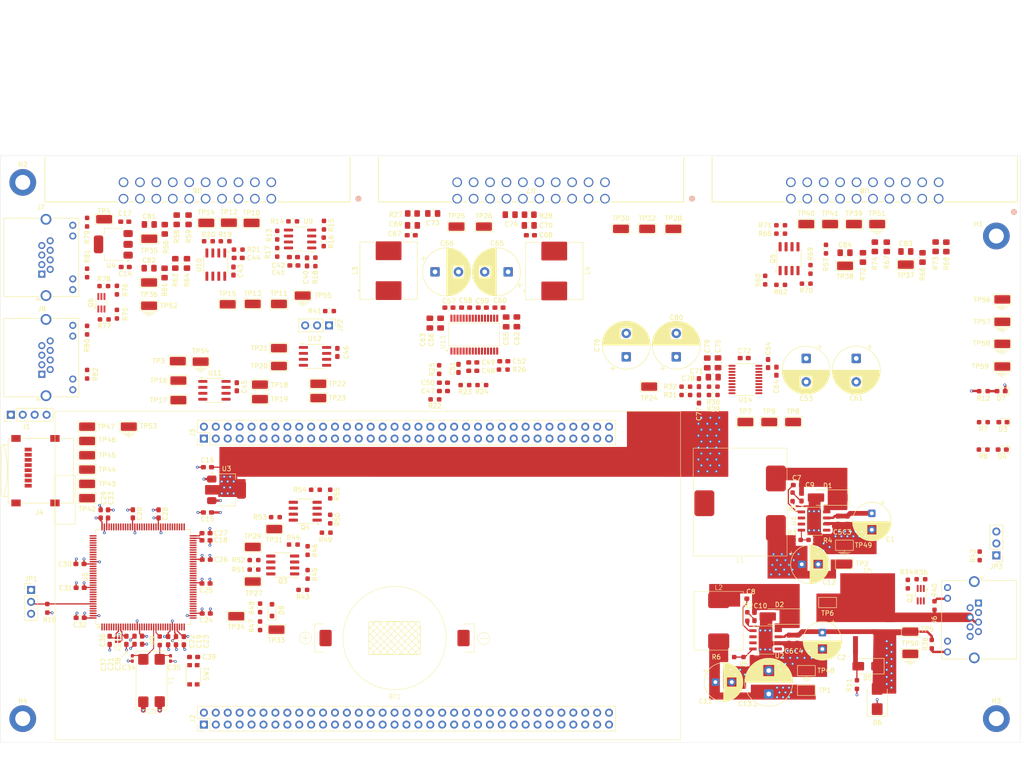
<source format=kicad_pcb>
(kicad_pcb (version 20241229) (generator "pcbnew") (generator_version "9.0")
  (layers (0 "F.Cu" signal) (4 "In1.Cu" signal) (6 "In2.Cu" signal) (2 "B.Cu" signal) (13 "F.Paste" user) (15 "B.Paste" user) (5 "F.SilkS" user "F.Silkscreen") (7 "B.SilkS" user "B.Silkscreen") (1 "F.Mask" user) (3 "B.Mask" user) (25 "Edge.Cuts" user))
  (net 0 "")
  (net 1 "/STM32-Root/STM32H723ZGT6/VBAT")
  (net 2 "GND")
  (net 3 "+24V")
  (net 4 "Net-(D1-K)")
  (net 5 "Net-(U1-BOOT)")
  (net 6 "Net-(U2-BOOT)")
  (net 7 "Net-(D2-K)")
  (net 8 "Net-(C9-Pad2)")
  (net 9 "Net-(C10-Pad2)")
  (net 10 "+5V")
  (net 11 "20V-AMP")
  (net 12 "+3.3V")
  (net 13 "+4.8V")
  (net 14 "Net-(C18-Pad1)")
  (net 15 "Net-(C33-Pad1)")
  (net 16 "Net-(U5B-PH0-OSC_IN)")
  (net 17 "Net-(C35-Pad1)")
  (net 18 "Net-(U5B-PC14-OSC32_IN)")
  (net 19 "Net-(U5B-PC15-OSC32_OUT)")
  (net 20 "Net-(U5B-NRST)")
  (net 21 "/STM32-Root/STM32H723ZGT6/PC2")
  (net 22 "/STM32-Root/STM32H723ZGT6/PF10")
  (net 23 "/STM32-Root/STM32H723ZGT6/PF8")
  (net 24 "Net-(U11-STDBY)")
  (net 25 "Net-(U12-STDBY)")
  (net 26 "Net-(C47-Pad2)")
  (net 27 "Net-(U13-RINN)")
  (net 28 "Net-(U13-GVDD)")
  (net 29 "Net-(U13-RINP)")
  (net 30 "/STM32-Root/RTD Audio/DAC_OUT")
  (net 31 "Net-(U13-SYNC)")
  (net 32 "Net-(U13-OUTNR)")
  (net 33 "Net-(U13-BSPR)")
  (net 34 "Net-(U13-BSNR)")
  (net 35 "Net-(U13-OUTNL)")
  (net 36 "Net-(U13-BSPL)")
  (net 37 "Net-(U13-BSNL)")
  (net 38 "Net-(U14-LDOO)")
  (net 39 "/Connector-Root/SPEAKER+")
  (net 40 "/Connector-Root/SPEAKER-")
  (net 41 "Net-(U14-VNEG)")
  (net 42 "Net-(U14-CAPP)")
  (net 43 "Net-(U14-CAPM)")
  (net 44 "Net-(C73-Pad1)")
  (net 45 "Net-(C74-Pad2)")
  (net 46 "Net-(C77-Pad2)")
  (net 47 "Net-(C78-Pad2)")
  (net 48 "/STM32-Root/STM32H723ZGT6/PF14")
  (net 49 "/STM32-Root/STM32H723ZGT6/PF15")
  (net 50 "/STM32-Root/STM32H723ZGT6/PG0")
  (net 51 "/STM32-Root/STM32H723ZGT6/PG1")
  (net 52 "Net-(D3-A)")
  (net 53 "Net-(D4-A)")
  (net 54 "Net-(D5-A)")
  (net 55 "Net-(D7-A)")
  (net 56 "/STM32-Root/STM32H723ZGT6/PF13")
  (net 69 "/STM32-Root/STM32H723ZGT6/PA14")
  (net 70 "/STM32-Root/STM32H723ZGT6/PA13")
  (net 72 "/STM32-Root/STM32H723ZGT6/PF1")
  (net 73 "/STM32-Root/STM32H723ZGT6/PF0")
  (net 74 "/STM32-Root/STM32H723ZGT6/PD5")
  (net 75 "/STM32-Root/STM32H723ZGT6/PA0")
  (net 76 "/STM32-Root/STM32H723ZGT6/PG2")
  (net 77 "/STM32-Root/STM32H723ZGT6/PC13")
  (net 78 "/STM32-Root/STM32H723ZGT6/PC12")
  (net 79 "/STM32-Root/STM32H723ZGT6/PD4")
  (net 80 "/STM32-Root/STM32H723ZGT6/PC15")
  (net 81 "/STM32-Root/STM32H723ZGT6/PC14")
  (net 82 "/STM32-Root/STM32H723ZGT6/PG11")
  (net 83 "/STM32-Root/STM32H723ZGT6/PG15")
  (net 85 "/STM32-Root/STM32H723ZGT6/PA15")
  (net 86 "/STM32-Root/STM32H723ZGT6/PG10")
  (net 87 "/STM32-Root/STM32H723ZGT6/PG13")
  (net 88 "/STM32-Root/STM32H723ZGT6/PF2")
  (net 90 "/STM32-Root/STM32H723ZGT6/PG9")
  (net 91 "/STM32-Root/STM32H723ZGT6/PD1")
  (net 92 "/STM32-Root/STM32H723ZGT6/PD7")
  (net 93 "/STM32-Root/STM32H723ZGT6/PB7")
  (net 94 "/STM32-Root/STM32H723ZGT6/PE2")
  (net 95 "/STM32-Root/STM32H723ZGT6/PG3")
  (net 96 "/STM32-Root/STM32H723ZGT6/PA1")
  (net 98 "/STM32-Root/STM32H723ZGT6/PD9")
  (net 99 "/STM32-Root/STM32H723ZGT6/PE3")
  (net 100 "/STM32-Root/STM32H723ZGT6/PD3")
  (net 101 "/STM32-Root/STM32H723ZGT6/PA4")
  (net 102 "/STM32-Root/STM32H723ZGT6/PG12")
  (net 103 "/STM32-Root/STM32H723ZGT6/PE4")
  (net 106 "/STM32-Root/STM32H723ZGT6/PD0")
  (net 107 "/STM32-Root/STM32H723ZGT6/PB0")
  (net 108 "/STM32-Root/STM32H723ZGT6/PC3")
  (net 110 "/STM32-Root/STM32H723ZGT6/PF6")
  (net 112 "/STM32-Root/STM32H723ZGT6/PC11")
  (net 115 "/STM32-Root/STM32H723ZGT6/PC1")
  (net 116 "/STM32-Root/STM32H723ZGT6/PF9")
  (net 117 "/STM32-Root/STM32H723ZGT6/PF7")
  (net 118 "/STM32-Root/STM32H723ZGT6/PC10")
  (net 119 "/STM32-Root/STM32H723ZGT6/PE1")
  (net 121 "/STM32-Root/STM32H723ZGT6/PC0")
  (net 122 "/STM32-Root/STM32H723ZGT6/PD6")
  (net 123 "/STM32-Root/STM32H723ZGT6/PE6")
  (net 124 "/STM32-Root/STM32H723ZGT6/PE5")
  (net 126 "/STM32-Root/STM32H723ZGT6/PD2")
  (net 127 "/STM32-Root/STM32H723ZGT6/PB12")
  (net 128 "/STM32-Root/STM32H723ZGT6/PG8")
  (net 129 "/STM32-Root/STM32H723ZGT6/PA11")
  (net 130 "/STM32-Root/STM32H723ZGT6/PG14")
  (net 131 "/STM32-Root/STM32H723ZGT6/PB8")
  (net 132 "/STM32-Root/STM32H723ZGT6/PA8")
  (net 134 "/STM32-Root/STM32H723ZGT6/PB1")
  (net 135 "/STM32-Root/STM32H723ZGT6/PC6")
  (net 136 "/STM32-Root/STM32H723ZGT6/PD15")
  (net 137 "/STM32-Root/STM32H723ZGT6/PB15")
  (net 138 "/STM32-Root/STM32H723ZGT6/PG5")
  (net 139 "/STM32-Root/STM32H723ZGT6/PE10")
  (net 140 "/STM32-Root/STM32H723ZGT6/PE12")
  (net 141 "/STM32-Root/STM32H723ZGT6/PC9")
  (net 142 "/STM32-Root/STM32H723ZGT6/PE14")
  (net 143 "/STM32-Root/STM32H723ZGT6/PB4")
  (net 144 "/STM32-Root/STM32H723ZGT6/PC8")
  (net 145 "/STM32-Root/STM32H723ZGT6/PF3")
  (net 146 "/STM32-Root/STM32H723ZGT6/PE13")
  (net 147 "/STM32-Root/STM32H723ZGT6/PB14")
  (net 148 "/STM32-Root/STM32H723ZGT6/PE7")
  (net 149 "/STM32-Root/STM32H723ZGT6/PE9")
  (net 150 "/STM32-Root/STM32H723ZGT6/PB9")
  (net 151 "/STM32-Root/STM32H723ZGT6/PB3")
  (net 152 "/STM32-Root/STM32H723ZGT6/PG7")
  (net 153 "/STM32-Root/STM32H723ZGT6/PE8")
  (net 154 "/STM32-Root/STM32H723ZGT6/PB13")
  (net 155 "/STM32-Root/STM32H723ZGT6/PD11")
  (net 156 "/STM32-Root/STM32H723ZGT6/PF12")
  (net 157 "/STM32-Root/STM32H723ZGT6/PF4")
  (net 158 "/STM32-Root/STM32H723ZGT6/PB6")
  (net 160 "/STM32-Root/STM32H723ZGT6/PC7")
  (net 161 "/STM32-Root/STM32H723ZGT6/PA12")
  (net 162 "/STM32-Root/STM32H723ZGT6/PA2")
  (net 163 "/STM32-Root/STM32H723ZGT6/PB5")
  (net 164 "/STM32-Root/STM32H723ZGT6/PA6")
  (net 165 "/STM32-Root/STM32H723ZGT6/PA10")
  (net 166 "/STM32-Root/STM32H723ZGT6/PB2")
  (net 167 "/STM32-Root/STM32H723ZGT6/PD14")
  (net 168 "/STM32-Root/STM32H723ZGT6/PC5")
  (net 169 "/STM32-Root/STM32H723ZGT6/PC4")
  (net 170 "/STM32-Root/STM32H723ZGT6/PA7")
  (net 171 "/STM32-Root/STM32H723ZGT6/PG4")
  (net 172 "/STM32-Root/STM32H723ZGT6/PF5")
  (net 173 "/STM32-Root/STM32H723ZGT6/PB11")
  (net 174 "/STM32-Root/STM32H723ZGT6/PD13")
  (net 175 "/STM32-Root/STM32H723ZGT6/PE11")
  (net 176 "/STM32-Root/STM32H723ZGT6/PA3")
  (net 177 "/STM32-Root/STM32H723ZGT6/PB10")
  (net 178 "/STM32-Root/STM32H723ZGT6/PD8")
  (net 179 "/STM32-Root/STM32H723ZGT6/PF11")
  (net 180 "/STM32-Root/STM32H723ZGT6/PE0")
  (net 181 "/STM32-Root/STM32H723ZGT6/PG6")
  (net 182 "/STM32-Root/STM32H723ZGT6/PD10")
  (net 183 "/STM32-Root/STM32H723ZGT6/PD12")
  (net 184 "/STM32-Root/STM32H723ZGT6/PA9")
  (net 185 "/STM32-Root/STM32H723ZGT6/PE15")
  (net 186 "/STM32-Root/STM32H723ZGT6/PA5")
  (net 187 "/BRUHbus/Vin")
  (net 188 "/BRUHbus/CAN1_L")
  (net 189 "/BRUHbus/CAN1_H")
  (net 190 "Net-(J6-POWER_GOOD)")
  (net 191 "/BRUHbus/CAN2_L")
  (net 192 "Net-(J6-CAN_IND)")
  (net 193 "/BRUHbus/CAN2_H")
  (net 194 "Net-(J7-CAN_IND)")
  (net 195 "Net-(J7-POWER_GOOD)")
  (net 196 "Net-(J8-POWER_GOOD)")
  (net 197 "Net-(J8-CAN_IND)")
  (net 198 "Net-(JP1-C)")
  (net 199 "Net-(JP2-C)")
  (net 202 "Net-(JP3-C)")
  (net 203 "Net-(Q2A-G)")
  (net 204 "Net-(Q3A-G)")
  (net 205 "Net-(Q3B-G)")
  (net 206 "Net-(Q4B-G)")
  (net 207 "/Connector-Root/BSPD_FAULT+")
  (net 208 "Net-(Q4A-G)")
  (net 209 "Net-(Q5B-G)")
  (net 210 "/Connector-Root/BMS_FAULT+")
  (net 211 "/Connector-Root/IMD_FAULT+")
  (net 212 "Net-(Q5A-G)")
  (net 213 "Net-(Q6A-G)")
  (net 214 "Net-(Q6B-G)")
  (net 215 "Net-(U1-VSENSE)")
  (net 216 "Net-(U2-VSENSE)")
  (net 217 "Net-(U5B-PH1-OSC_OUT)")
  (net 218 "Net-(U9B-IN2+)")
  (net 219 "/Connector-Root/APPS2-SIG")
  (net 220 "/Connector-Root/APPS1-SIG")
  (net 221 "Net-(U9A-IN1+)")
  (net 222 "Net-(U9B-IN2-)")
  (net 223 "Net-(U9A-IN1-)")
  (net 224 "Net-(U10A-IN1+)")
  (net 225 "/Connector-Root/BSE-SIG")
  (net 226 "Net-(U10A-IN1-)")
  (net 227 "Net-(U13-GAIN{slash}SLV)")
  (net 228 "Net-(U13-SD)")
  (net 229 "Net-(U13-MUTE)")
  (net 230 "Net-(U14-OUTR)")
  (net 231 "Net-(U14-OUTL)")
  (net 232 "/Connector-Root/BSPD-FAULT")
  (net 233 "/Connector-Root/BMS-FAULT")
  (net 234 "/Connector-Root/BRAKE_LIGHT")
  (net 235 "/Connector-Root/IMD-FAULT")
  (net 236 "/Connector-Root/PRECHARGE_BTN+")
  (net 237 "/Connector-Root/PRECHARGE_BTN-")
  (net 238 "/Connector-Root/RTD_BTN+")
  (net 239 "/Connector-Root/RTD_BTN-")
  (net 240 "/Connector-Root/GEN_BTN2+")
  (net 241 "/Connector-Root/GEN_BTN1-")
  (net 242 "/Connector-Root/GEN_BTN1+")
  (net 243 "/Connector-Root/GEN_BTN2-")
  (net 255 "Net-(U10B-IN2-)")
  (footprint "Resistor_SMD:R_0603_1608Metric_Pad0.98x0.95mm_HandSolder" (layer "F.Cu") (at 124.217177 100.354001 180)
    (property "Reference" "R23")
    (property "Value" "75k")
  )
  (footprint "Diode_SMD:D_SMA" (layer "F.Cu") (at 210.058 160.274 180)
    (property "Reference" "D5")
    (property "Value" "27Vz")
  )
  (footprint "SMTU2032-C:Untitled" (layer "F.Cu") (at 109.22 142.269773)
    (property "Reference" "BT1")
    (property "Value" "3.3V CR2032")
  )
  (footprint "Resistor_SMD:R_0603_1608Metric_Pad0.98x0.95mm_HandSolder" (layer "F.Cu") (at 188.222611 77.978 -90)
    (property "Reference" "R60")
    (property "Value" "10k")
  )
  (footprint "TestPoint:TestPoint_Keystone_5015_Micro_Mini" (layer "F.Cu") (at 196.998021 161.218766)
    (property "Reference" "TP48")
    (property "Value" "RH-5015")
  )
  (footprint "Resistor_SMD:R_0603_1608Metric_Pad0.98x0.95mm_HandSolder" (layer "F.Cu") (at 43.688 65.6355 -90)
    (property "Reference" "R79")
    (property "Value" "1.6k")
  )
  (footprint "Package_TO_SOT_SMD:SOT-223-3_TabPin2" (layer "F.Cu") (at 73.406 122.682)
    (property "Reference" "U3")
    (property "Value" "AMS1117-3.3")
  )
  (footprint "Resistor_SMD:R_0805_2012Metric_Pad1.20x1.40mm_HandSolder" (layer "F.Cu") (at 60.198 76.454 90)
    (property "Reference" "R61")
    (property "Value" "10k")
  )
  (footprint "MountingHole:MountingHole_3.2mm_M3_ISO7380_Pad_TopBottom" (layer "F.Cu") (at 237.49 68.58)
    (property "Reference" "H1")
    (property "Value" "M3_Hole")
  )
  (footprint "Resistor_SMD:R_0603_1608Metric_Pad0.98x0.95mm_HandSolder" (layer "F.Cu") (at 94.645349 131.810255)
    (property "Reference" "R49")
    (property "Value" "10k")
  )
  (footprint "TestPoint:TestPoint_Keystone_5015_Micro_Mini" (layer "F.Cu") (at 52.578 109.213)
    (property "Reference" "TP53")
    (property "Value" "RH-5015")
  )
  (footprint "Capacitor_SMD:C_0805_2012Metric_Pad1.18x1.45mm_HandSolder" (layer "F.Cu") (at 56.938443 66.116891)
    (property "Reference" "C81")
    (property "Value" "100n")
  )
  (footprint "Resistor_SMD:R_0805_2012Metric_Pad1.20x1.40mm_HandSolder" (layer "F.Cu") (at 209.050611 73.152 90)
    (property "Reference" "R72")
    (property "Value" "10k")
  )
  (footprint "Capacitor_SMD:C_0603_1608Metric_Pad1.08x0.95mm_HandSolder" (layer "F.Cu") (at 131.479677 83.844001 180)
    (property "Reference" "C60")
    (property "Value" "220n")
  )
  (footprint "Connector_RJ:RJ45_Amphenol_RJHSE538X" (layer "F.Cu") (at 34.04 98.05 90)
    (property "Reference" "J8")
    (property "Value" "BRUHBus")
  )
  (footprint "Diode_SMD:D_SMA_Handsoldering" (layer "F.Cu") (at 201.549 124.333 180)
    (property "Reference" "D1")
    (property "Value" "B340LA-13-F")
  )
  (footprint "Capacitor_SMD:C_0805_2012Metric_Pad1.18x1.45mm_HandSolder" (layer "F.Cu") (at 177.14599 98.657678 180)
    (property "Reference" "C71")
    (property "Value" "2.2u")
  )
  (footprint "Capacitor_SMD:C_0805_2012Metric_Pad1.18x1.45mm_HandSolder" (layer "F.Cu") (at 113.03 66.318001)
    (property "Reference" "C69")
    (property "Value" "1.0n")
  )
  (footprint "TestPoint:TestPoint_Keystone_5015_Micro_Mini" (layer "F.Cu") (at 78.74 65.786)
    (property "Reference" "TP10")
    (property "Value" "RH-5015")
  )
  (footprint "Resistor_SMD:R_0603_1608Metric_Pad0.98x0.95mm_HandSolder" (layer "F.Cu") (at 80.556501 147.8425 90)
    (property "Reference" "R48")
    (property "Value" "1.0k")
  )
  (footprint "Resistor_SMD:R_0603_1608Metric_Pad0.98x0.95mm_HandSolder" (layer "F.Cu") (at 95.3535 84.582 180)
    (property "Reference" "R41")
    (property "Value" "120")
  )
  (footprint "Resistor_SMD:R_0805_2012Metric_Pad1.20x1.40mm_HandSolder" (layer "F.Cu") (at 64.974654 74.422 90)
    (property "Reference" "R64")
    (property "Value" "0")
  )
  (footprint "TestPoint:TestPoint_Keystone_5015_Micro_Mini" (layer "F.Cu") (at 238.76 86.868)
    (property "Reference" "TP57")
    (property "Value" "RH-5015")
  )
  (footprint "Resistor_SMD:R_0805_2012Metric_Pad1.20x1.40mm_HandSolder" (layer "F.Cu") (at 62.780443 65.116891 90)
    (property "Reference" "R58")
    (property "Value" "0")
  )
  (footprint "TPA3116D2QDADRQ1:Untitled" (layer "F.Cu") (at 119.994 89.606 90)
    (property "Reference" "U13")
    (property "Value" "TPA3116D2QDADRQ1")
  )
  (footprint "Capacitor_SMD:C_0603_1608Metric_Pad1.08x0.95mm_HandSolder" (layer "F.Cu") (at 69.082501 137.561 180)
    (property "Reference" "C26")
    (property "Value" "100n")
  )
  (footprint "TestPoint:TestPoint_Keystone_5015_Micro_Mini" (layer "F.Cu") (at 238.76 82.095)
    (property "Reference" "TP56")
    (property "Value" "RH-5015")
  )
  (footprint "Capacitor_SMD:C_0805_2012Metric_Pad1.18x1.45mm_HandSolder" (layer "F.Cu") (at 205.240611 72.136)
    (property "Reference" "C84")
    (property "Value" "100n")
  )
  (footprint "Capacitor_SMD:C_0603_1608Metric_Pad1.08x0.95mm_HandSolder" (layer "F.Cu") (at 58.922501 127.8074 -90)
    (property "Reference" "C28")
    (property "Value" "100n")
  )
  (footprint "TestPoint:TestPoint_Keystone_5015_Micro_Mini" (layer "F.Cu") (at 157.48 67.056)
    (property "Reference" "TP30")
    (property "Value" "RH-5015")
  )
  (footprint "Resistor_SMD:R_0603_1608Metric_Pad0.98x0.95mm_HandSolder" (layer "F.Cu") (at 223.7232 155.575 90)
    (property "Reference" "R38")
    (property "Value" "1.6k")
  )
  (footprint "Connector_RJ:RJ45_Amphenol_RJHSE538X" (layer "F.Cu") (at 34.036 76.708 90)
    (property "Reference" "J7")
    (property "Value" "BRUHBus")
  )
  (footprint "Capacitor_THT:CP_Radial_D10.0mm_P5.00mm" (layer "F.Cu") (at 133.431677 76.224001 180)
    (property "Reference" "C65")
    (property "Value" "220u")
  )
  (footprint "Package_SO:TSSOP-20_4.4x6.5mm_P0.65mm" (layer "F.Cu") (at 184.00399 99.165678)
    (property "Reference" "U14")
    (property "Value" "PCM5102APWR")
  )
  (footprint "Resistor_SMD:R_0805_2012Metric_Pad1.20x1.40mm_HandSolder" (layer "F.Cu") (at 214.130611 70.893 90)
    (property "Reference" "R67")
    (property "Value" "0")
  )
  (footprint "Resistor_SMD:R_0603_1608Metric_Pad0.98x0.95mm_HandSolder" (layer "F.Cu") (at 191.524611 78.994)
    (property "Reference" "R62")
    (property "Value" "100")
  )
  (footprint "Capacitor_THT:CP_Radial_D8.0mm_P3.50mm" (layer "F.Cu") (at 177.602 163.66)
    (property "Reference" "C11")
    (property "Value" "100u")
  )
  (footprint "TestPoint:TestPoint_Keystone_5015_Micro_Mini" (layer "F.Cu") (at 84.582 92.4814)
    (property "Reference" "TP21")
    (property "Value" "RH-5015")
  )
  (footprint "Capacitor_THT:CP_Radial_D8.0mm_P3.50mm" (layer "F.Cu") (at 200.406 153.117349 -90)
    (property "Reference" "C2")
    (property "Value" "100u")
  )
  (footprint "Capacitor_SMD:C_0603_1608Metric_Pad1.08x0.95mm_HandSolder" (layer "F.Cu") (at 87.7682 74.8538 180)
    (property "Reference" "C41")
    (property "Value" "100n")
  )
  (footprint "Button_Switch_SMD:SW_Push_1P1T_NO_CK_KMR2" (layer "F.Cu") (at 66.3418 162.0993 90)
    (property "Reference" "SW1")
    (property "Value" "SW_Push")
  )
  (footprint "TestPoint:TestPoint_Keystone_5015_Micro_Mini" (layer "F.Cu") (at 63.1425 103.5558)
    (property "Reference" "TP17")
    (property "Value" "RH-5015")
  )
  (footprint "Capacitor_SMD:C_0603_1608Metric_Pad1.08x0.95mm_HandSolder" (layer "F.Cu") (at 53.791701 154.7303 -90)
    (property "Reference" "C38")
    (property "Value" "1u")
  )
  (footprint "TestPoint:TestPoint_Keystone_5015_Micro_Mini" (layer "F.Cu") (at 218.194611 74.676)
    (property "Reference" "TP37")
    (property "Value" "RH-5015")
  )
  (footprint "Resistor_SMD:R_0603_1608Metric_Pad0.98x0.95mm_HandSolder" (layer "F.Cu") (at 43.688 98.044 -90)
    (property "Reference" "R82")
    (property "Value" "1.6k")
  )
  (footprint "Resistor_SMD:R_0603_1608Metric_Pad0.98x0.95mm_HandSolder" (layer "F.Cu") (at 50.038 80.1135 90)
    (property "Reference" "R76")
    (property "Value" "10k")
  )
  (footprint "Resistor_SMD:R_0603_1608Metric_Pad0.98x0.95mm_HandSolder" (layer "F.Cu") (at 83.826849 128.508255 180)
    (property "Reference" "R53")
    (property "Value" "10k")
  )
  (footprint "20pinMX150Header:CONN_SD-34829-001_20_ST_MOL" (layer "F.Cu") (at 82.95001 60.626001 180)
    (property "Reference" "U6")
    (property "Value" "MX150 20-pin")
    (fp_line (start -16.660395 9.152805) (end 48.160405 9.152805) (stroke (width 0.0254)) (layer "Edge.Cuts"))
  )
  (footprint "TestPoint:TestPoint_Keystone_5015_Micro_Mini" (layer "F.Cu") (at 219.1512 152.908)
    (property "Reference" "TP5")
    (property "Value" "RH-5015")
  )
  (footprint "TestPoint:TestPoint_Keystone_5015_Micro_Mini" (layer "F.Cu") (at 238.76 96.393)
    (property "Reference" "TP59")
    (property "Value" "RH-5015")
  )
  (footprint "20pinMX150Header:CONN_SD-34829-001_20_ST_MOL" (layer "F.Cu") (at 154.07001 60.626001 180)
    (property "Reference" "U7")
    (property "Value" "MX150 20-pin")
    (fp_line (start -16.660395 9.152805) (end 48.160405 9.152805) (stroke (width 0.0254)) (layer "Edge.Cuts"))
  )
  (footprint "TestPoint:TestPoint_Keystone_5015_Micro_Mini" (layer "F.Cu") (at 80.5303 103.3526)
    (property "Reference" "TP19")
    (property "Value" "RH-5015")
  )
  (footprint "Resistor_SMD:R_0603_1608Metric_Pad0.98x0.95mm_HandSolder" (layer "F.Cu") (at 80.556501 151.6525 -90)
    (property "Reference" "R47")
    (property "Value" "6.2k")
  )
  (footprint "Diode_SMD:D_SMB" (layer "F.Cu") (at 212.09 167.268 90)
    (property "Reference" "D6")
    (property "Value" "SMBJ30CA")
  )
  (footprint "Connector_PinHeader_2.54mm:PinHeader_1x03_P2.54mm_Vertical" (layer "F.Cu") (at 237.49 136.652 180)
    (property "Reference" "JP3")
    (property "Value" "Jumper_3_Open")
  )
  (footprint "Resistor_SMD:R_0603_1608Metric_Pad0.98x0.95mm_HandSolder" (layer "F.Cu") (at 201.176611 71.374 -90)
    (property "Reference" "R57")
    (property "Value" "1.6k")
  )
  (footprint "Capacitor_SMD:C_0402_1005Metric_Pad0.74x0.62mm_HandSolder" (layer "F.Cu") (at 53.3253 158.6208 -90)
    (property "Reference" "C34")
    (property "Value" "22p")
  )
  (footprint "Capacitor_SMD:C_0603_1608Metric_Pad1.08x0.95mm_HandSolder" (layer "F.Cu") (at 74.8792 76.0476 90)
    (property "Reference" "C43")
    (property "Value" "22n")
  )
  (footprint "Inductor_SMD:L_Coilcraft_MSS1260-XXX" (layer "F.Cu") (at 107.95 75.970001 90)
    (property "Reference" "L3")
    (property "Value" "10u")
  )
  (footprint "TestPoint:TestPoint_Keystone_5015_Micro_Mini" (layer "F.Cu") (at 207.137 66.04)
    (property "Reference" "TP39")
    (property "Value" "RH-5015")
  )
  (footprint "Resistor_SMD:R_0603_1608Metric_Pad0.98x0.95mm_HandSolder" (layer "F.Cu") (at 90.684849 135.620255 -90)
    (property "Reference" "R46")
    (property "Value" "100")
  )
  (footprint "TestPoint:TestPoint_Keystone_5015_Micro_Mini" (layer "F.Cu") (at 205.240611 74.93)
    (property "Reference" "TP38")
    (property "Value" "RH-5015")
  )
  (footprint "Capacitor_SMD:C_0603_1608Metric_Pad1.08x0.95mm_HandSolder" (layer "F.Cu") (at 75.8952 73.2536)
    (property "Reference" "C44")
    (property "Value" "100n")
  )
  (footprint "Capacitor_SMD:C_0603_1608Metric_Pad1.08x0.95mm_HandSolder" (layer "F.Cu") (at 64.307301 154.8319 90)
    (property "Reference" "C23")
    (property "Value" "100n")
  )
  (footprint "Capacitor_SMD:C_0603_1608Metric_Pad1.08x0.95mm_HandSolder" (layer "F.Cu") (at 69.342 117.856 180)
    (property "Reference" "C16")
    (property "Value" "10u")
  )
  (footprint "Resistor_SMD:R_0603_1608Metric_Pad0.98x0.95mm_HandSolder" (layer "F.Cu") (at 191.524611 66.294 180)
    (property "Reference" "R71")
    (property "Value" "1.6k")
  )
  (footprint "TestPoint:TestPoint_Keystone_5015_Micro_Mini" (layer "F.Cu") (at 84.582 83.058)
    (property "Reference" "TP11")
    (property "Value" "RH-5015")
  )
  (footprint "Resistor_SMD:R_0603_1608Metric_Pad0.98x0.95mm_HandSolder" (layer "F.Cu") (at 87.5142 65.4558 180)
    (property "Reference" "R14")
    (property "Value" "47k")
  )
  (footprint "Capacitor_SMD:C_0603_1608Metric_Pad1.08x0.95mm_HandSolder" (layer "F.Cu") (at 42.158501 138.4754)
    (property "Reference" "C30")
    (property "Value" "100n")
  )
  (footprint "Capacitor_SMD:C_0603_1608Metric_Pad1.08x0.95mm_HandSolder" (layer "F.Cu") (at 124.367677 83.844001 180)
    (property "Reference" "C58")
    (property "Value" "220n")
  )
  (footprint "TestPoint:TestPoint_Keystone_5015_Micro_Mini" (layer "F.Cu") (at 79.000849 142.224255 180)
    (property "Reference" "TP27")
    (property "Value" "RH-5015")
  )
  (footprint "Capacitor_SMD:C_0603_1608Metric_Pad1.08x0.95mm_HandSolder" (layer "F.Cu") (at 87.6677 73.0758)
    (property "Reference" "C42")
    (property "Value" "22n")
  )
  (footprint "Package_SO:SOP-8_3.76x4.96mm_P1.27mm" (layer "F.Cu") (at 85.382501 138.6985 180)
    (property "Reference" "Q3")
    (property "Value" "SP8K80TB1")
  )
  (footprint "Resistor_SMD:R_0805_2012Metric_Pad1.20x1.40mm_HandSolder" (layer "F.Cu") (at 226.830611 70.898 90)
    (property "Reference" "R68")
    (property "Value" "0")
  )
  (footprint "Capacitor_SMD:C_0603_1608Metric_Pad1.08x0.95mm_HandSolder" (layer "F.Cu") (at 53.436101 127.7885 -90)
    (property "Reference" "C20")
    (property "Value" "100n")
  )
  (footprint "TestPoint:TestPoint_Keystone_5015_Micro_Mini" (layer "F.Cu") (at 69.088 65.786)
    (property "Reference" "TP14")
    (property "Value" "RH-5015")
  )
  (footprint "TestPoint:TestPoint_Keystone_5015_Micro_Mini" (layer "F.Cu") (at 83.572849 131.048255 180)
    (property "Reference" "TP31")
    (property "Value" "RH-5015")
  )
  (footprint "Resistor_SMD:R_0603_1608Metric_Pad0.98x0.95mm_HandSolder" (layer "F.Cu") (at 198.374 133.35 180)
    (property "Reference" "R4")
    (property "Value" "620")
  )
  (footprint "LED_SMD:LED_0603_1608Metric_Pad1.05x0.95mm_HandSolder" (layer "F.Cu") (at 238.506 101.653 180)
    (property "Reference" "D7")
    (property "Value" "BLUE LED")
  )
  (footprint "TestPoint:TestPoint_Keystone_5015_Micro_Mini" (layer "F.Cu") (at 128.27 66.572001)
    (property "Reference" "TP26")
    (property "Value" "RH-5015")
  )
  (footprint "TestPoint:TestPoint_Keystone_5015_Micro_Mini" (layer "F.Cu") (at 89.638557 81.28)
    (property "Reference" "TP55")
    (property "Value" "RH-5015")
  )
  (footprint "TestPoint:TestPoint_Keystone_5015_Micro_Mini" (layer "F.Cu") (at 92.964 100.076)
    (property "Reference" "TP22")
    (property "Value" "RH-5015")
  )
  (footprint "TPS5430DDAR:Untitled" (layer "F.Cu") (at 188.308 150.998)
    (property "Reference" "U2")
    (property "Value" "TPS5430")
  )
  (footprint "Capacitor_SMD:C_0603_1608Metric_Pad1.08x0.95mm_HandSolder" (layer "F.Cu") (at 203.708 129.148 -90)
    (property "Reference" "C5")
    (property "Value" "10u")
  )
  (footprint "Capacitor_THT:CP_Radial_D10.0mm_P5.00mm" (layer "F.Cu") (at 117.843677 76.224001)
    (property "Reference" "C66")
    (property "Value" "220u")
  )
  (footprint "TestPoint:TestPoint_Keystone_5015_Micro_Mini" (layer "F.Cu") (at 122.428 66.572001)
    (property "Reference" "TP25")
    (property "Value" "RH-5015")
  )
  (footprint "Capacitor_SMD:C_0603_1608Metric_Pad1.08x0.95mm_HandSolder" (layer "F.Cu") (at 48.4993 154.7513 90)
    (property "Reference" "C36")
    (property "Value" "3.9p")
  )
  (footprint "Diode_SMD:D_SMA_Handsoldering" (layer "F.Cu") (at 191.262 149.69 180)
    (property "Reference" "D2")
    (property "Value" "B340LA-13-F")
  )
  (footprint "Capacitor_SMD:C_0603_1608Metric_Pad1.08x0.95mm_HandSolder" (layer "F.Cu") (at 51.7155 65.532 180)
    (property "Reference" "C17")
    (property "Value" "1u")
  )
  (footprint "Capacitor_SMD:C_0603_1608Metric_Pad1.08x0.95mm_HandSolder" (layer "F.Cu") (at 195.072 121.666 180)
    (property "Reference" "C7")
    (property "Value" "10n")
  )
  (footprint "Resistor_SMD:R_0603_1608Metric_Pad0.98x0.95mm_HandSolder" (layer "F.Cu") (at 177.14599 102.467678 180)
    (property "Reference" "R29")
    (property "Value" "470")
  )
  (footprint "Capacitor_SMD:C_0805_2012Metric_Pad1.18x1.45mm_HandSolder" (layer "F.Cu") (at 56.896 75.438)
    (property "Reference" "C82")
    (property "Value" "100n")
  )
  (footprint "TestPoint:TestPoint_Keystone_5015_Micro_Mini" (layer "F.Cu") (at 43.688 109.22)
    (property "Reference" "TP47")
    (property "Value" "RH-5015")
  )
  (footprint "Resistor_SMD:R_0603_1608Metric_Pad0.98x0.95mm_HandSolder" (layer "F.Cu") (at 94.169 66.2705 90)
    (property "Reference" "R15")
    (property "Value" "22k")
  )
  (footprint "Capacitor_SMD:C_0603_1608Metric_Pad1.08x0.95mm_HandSolder" (layer "F.Cu") (at 195.072 154.516 -90)
    (property "Reference" "C4")
    (property "Value" "10u")
  )
  (footprint "TestPoint:TestPoint_Keystone_5015_Micro_Mini" (layer "F.Cu") (at 168.656 67.056)
    (property "Reference" "TP28")
    (property "Value" "RH-5015")
  )
  (footprint "TestPoint:TestPoint_Keystone_5015_Micro_Mini" (layer "F.Cu") (at 47.310022 65.004552)
    (property "Reference" "TP4")
    (property "Value" "RH-5015")
  )
  (footprint "Connector_PinHeader_2.54mm:PinHeader_1x03_P2.54mm_Vertical" (layer "F.Cu") (at 31.75 144.018)
    (property "Reference" "JP1")
    (property "Value" "Jumper_3_Open")
  )
  (footprint "Capacitor_SMD:C_0603_1608Metric_Pad1.08x0.95mm_HandSolder" (layer "F.Cu") (at 195.961 124.209 -90)
    (property "Reference" "C9")
    (property "Value" "220p")
  )
  (footprint "Resistor_SMD:R_0603_1608Metric_Pad0.98x0.95mm_HandSolder" (layer "F.Cu") (at 184.404 149.69 -90)
    (property "Reference" "R2")
    (property "Value" "56")
  )
  (footprint "Resistor_SMD:R_0603_1608Metric_Pad0.98x0.95mm_HandSolder" (layer "F.Cu") (at 43.688 88.646 -90)
    (property "Reference" "R80")
    (property "Value" "1.6k")
  )
  (footprint "Resistor_SMD:R_0603_1608Metric_Pad0.98x0.95mm_HandSolder" (layer "F.Cu") (at 117.814177 103.402001 180)
    (property "Reference" "R22")
    (property "Value" "3.3")
  )
  (footprint "Connector_PinHeader_2.54mm:PinHeader_1x04_P2.54mm_Vertical" (layer "F.Cu") (at 27.432 106.68 90)
    (property "Reference" "J1")
    (property "Value" "Conn_01x04")
  )
  (footprint "ECS-160-18-28X-AEN-TR:Untitled" (layer "F.Cu") (at 63.1673 163.3153 -90)
    (property "Reference" "Y1")
    (property "Value" "16 MHz")
  )
  (footprint "Capacitor_THT:CP_Radial_D10.0mm_P5.00mm" (layer "F.Cu") (at 196.95799 94.673678 -90)
    (property "Reference" "C53")
    (property "Value" "10u")
  )
  (footprint "TestPoint:TestPoint_Keystone_5015_Micro_Mini" (layer "F.Cu") (at 43.688 115.316)
    (property "Reference" "TP45")
    (property "Value" "RH-5015")
  )
  (footprint "Resistor_SMD:R_0603_1608Metric_Pad0.98x0.95mm_HandSolder" (layer "F.Cu") (at 118.726677 97.052001 -90)
    (property "Reference" "R25")
    (property "Value" "100k")
  )
  (footprint "Capacitor_SMD:C_0603_1608Metric_Pad1.08x0.95mm_HandSolder" (layer "F.Cu") (at 51.816 75.184 180)
    (property "Reference" "C14")
    (property "Value" "1u")
  )
  (footprint "Resistor_SMD:R_0805_2012Metric_Pad1.20x1.40mm_HandSolder" (layer "F.Cu") (at 224.544611 70.866 90)
    (property "Reference" "R73")
    (property "Value" "0")
  )
  (footprint "TestPoint:TestPoint_Keystone_5015_Micro_Mini" (layer "F.Cu") (at 205.105 138.43)
    (property "Reference" "TP2")
    (property "Value" "RH-5015")
  )
  (footprint "Resistor_SMD:R_0603_1608Metric_Pad0.98x0.95mm_HandSolder" (layer "F.Cu") (at 194.056 124.1825 -90)
    (property "Reference" "R1")
    (property "Value" "56")
  )
  (footprint "TestPoint:TestPoint_Keystone_5015_Micro_Mini" (layer "F.Cu") (at 238.76 91.567)
    (property "Reference" "TP58")
    (property "Value" "RH-5015")
  )
  (footprint "Capacitor_SMD:C_0603_1608Metric_Pad1.08x0.95mm_HandSolder" (layer "F.Cu") (at 122.843677 96.798001 90)
    (property "Reference" "C51")
    (property "Value" "10u")
  )
  (footprint "Capacitor_THT:CP_Radial_D8.0mm_P3.50mm" (layer "F.Cu") (at 210.947 127.691 -90)
    (property "Reference" "C1")
    (property "Value" "100u")
  )
  (footprint "Capacitor_SMD:C_0603_1608Metric_Pad1.08x0.95mm_HandSolder" (layer "F.Cu") (at 120.811677 83.844001)
    (property "Reference" "C57")
    (property "Value" "220n")
  )
  (footprint "Resistor_SMD:R_0603_1608Metric_Pad0.98x0.95mm_HandSolder" (layer "F.Cu") (at 47.244 79.248 180)
    (property "Reference" "R78")
    (property "Value" "100")
  )
  (footprint "Capacitor_SMD:C_0603_1608Metric_Pad1.08x0.95mm_HandSolder" (layer "F.Cu") (at 174.09799 103.330178 90)
    (property "Reference" "C77")
    (property "Value" "2.2n")
  )
  (footprint "Capacitor_SMD:C_0603_1608Metric_Pad1.08x0.95mm_HandSolder" (layer "F.Cu") (at 69.031701 142.641 180)
    (property "Reference" "C25")
    (property "Value" "100n")
  )
  (footprint "Resistor_SMD:R_0603_1608Metric_Pad0.98x0.95mm_HandSolder" (layer "F.Cu") (at 180.6975 158.326 180)
    (property "Reference" "R5")
    (property "Value" "10k")
  )
  (footprint "Diode_SMD:D_SOD-323_HandSoldering" (layer "F.Cu") (at 83.096501 148.3305 90)
    (property "Reference" "D8")
    (property "Value" "MM3Z3V3T1G")
  )
  (footprint "Capacitor_SMD:C_0603_1608Metric_Pad1.08x0.95mm_HandSolder" (layer "F.Cu") (at 119.642177 99.846001)
    (property "Reference" "C50")
    (property "Value" "10n")
  )
  (footprint "TestPoint:TestPoint_Keystone_5015_Micro_Mini" (layer "F.Cu") (at 219.1512 157.653)
    (property "Reference" "TP50")
    (property "Value" "RH-5015")
  )
  (footprint "Package_TO_SOT_SMD:SOT-363_SC-70-6_Handsoldering" (layer "F.Cu") (at 221.3743 145.0286 -90)
    (property "Reference" "Q2")
    (property "Value" "BSD235NH6327XT")
  )
  (footprint "Resistor_SMD:R_0603_1608Metric_Pad0.98x0.95mm_HandSolder" (layer "F.Cu") (at 73.1012 69.6976)
    (property "Reference" "R19")
    (property "Value" "22k")
  )
  (footprint "Capacitor_SMD:C_0805_2012Metric_Pad1.18x1.45mm_HandSolder" (layer "F.Cu") (at 218.194611 71.882)
    (property "Reference" "C83")
    (property "Value" "100n")
  )
  (footprint "Package_SO:SOP-8_3.76x4.96mm_P1.27mm" (layer "F.Cu") (at 90.176849 127.238255 180)
    (property "Reference" "Q4")
    (property "Value" "SP8K80TB1")
  )
  (footprint "Resistor_SMD:R_0603_1608Metric_Pad0.98x0.95mm_HandSolder" (layer "F.Cu") (at 177.14599 100.689678 180)
    (property "Reference" "R30")
    (property "Value" "470")
  )
  (footprint "HCM1A1104-150-R:Untitled" (layer "F.Cu") (at 178.308 142.74)
    (property "Reference" "L2")
    (property "Value" "15u")
  )
  (footprint "Resistor_SMD:R_0603_1608Metric_Pad0.98x0.95mm_HandSolder" (layer "F.Cu") (at 221.4118 141.732)
    (property "Reference" "R36")
    (property "Value" "100")
  )
  (footprint "Capacitor_SMD:C_0603_1608Metric_Pad1.08x0.95mm_HandSolder" (layer "F.Cu") (at 42.209301 149.9562)
    (property "Reference" "C32")
    (property "Value" "100n")
  )
  (footprint "Resistor_SMD:R_0603_1608Metric_Pad0.98x0.95mm_HandSolder" (layer "F.Cu") (at 69.5452 69.6976)
    (property "Reference" "R20")
    (property "Value" "47k")
  )
  (footprint "Resistor_SMD:R_0603_1608Metric_Pad0.98x0.95mm_HandSolder" (layer "F.Cu") (at 84.2122 68.4003 -90)
    (property "Reference" "R13")
    (property "Value" "22k")
  )
  (footprint "Resistor_SMD:R_0603_1608Metric_Pad0.98x0.95mm_HandSolder" (layer "F.Cu") (at 79.254849 139.684255 180)
    (property "Reference" "R51")
    (property "Value" "10k")
  )
  (footprint "Capacitor_SMD:C_0603_1608Metric_Pad1.08x0.95mm_HandSolder" (layer "F.Cu") (at 42.209301 143.5554)
    (property "Reference" "C31")
    (property "Value" "100n")
  )
  (footprint "Resistor_SMD:R_0603_1608Metric_Pad0.98x0.95mm_HandSolder" (layer "F.Cu") (at 43.688 76.454 -90)
    (property "Reference" "R81")
    (property "Value" "1.6k")
  )
  (footprint "TestPoint:TestPoint_Keystone_5015_Micro_Mini" (layer "F.Cu") (at 196.977 66.04)
    (property "Reference" "TP40")
    (property "Value" "RH-5015")
  )
  (footprint "TestPoint:TestPoint_Keystone_5015_Micro_Mini" (layer "F.Cu") (at 56.896 83.439)
    (property "Reference" "TP52")
    (property "Value" "RH-5015")
  )
  (footprint "Capacitor_SMD:C_0805_2012Metric_Pad1.18x1.45mm_HandSolder" (layer "F.Cu") (at 133.858 64.032001)
    (property "Reference" "C74")
    (property "Value" "10n")
  )
  (footprint "TestPoint:TestPoint_Keystone_5015_Micro_Mini" (layer "F.Cu") (at 201.5236 146.6992)
    (property "Reference" "TP6")
    (property "Value" "RH-5015")
  )
  (footprint "Capacitor_SMD:C_0603_1608Metric_Pad1.08x0.95mm_HandSolder" (layer "F.Cu") (at 193.294 154.516 -90)
    (property "Reference" "C6")
    (property "Value" "10u")
  )
  (footprint "Resistor_SMD:R_0603_1608Metric_Pad0.98x0.95mm_HandSolder" (layer "F.Cu") (at 233.934 136.7555 90)
    (property "Reference" "R42")
    (property "Value" "120")
  )
  (footprint "TestPoint:TestPoint_Keystone_5015_Micro_Mini" (layer "F.Cu") (at 79.000849 134.858255 180)
    (property "Reference" "TP29")
    (property "Value" "RH-5015")
  )
  (footprint "Capacitor_SMD:C_0603_1608Metric_Pad1.08x0.95mm_HandSolder" (layer "F.Cu") (at 125.891677 95.528001)
    (property "Reference" "C49")
    (property "Value" "1u")
  )
  (footprint "Capacitor_SMD:C_0603_1608Metric_Pad1.08x0.95mm_HandSolder" (layer "F.Cu") (at 62.630901 154.8319 90)
    (property "Reference" "C19")
    (property "Value" "100n")
  )
  (footprint "Resistor_SMD:R_0603_1608Metric_Pad0.98x0.95mm_HandSolder" (layer "F.Cu") (at 171.30399 100.689678 180)
    (property "Reference" "R32")
    (property "Value" "1.0k")
  )
  (footprint "TPS5430DDAR:Untitled" (layer "F.Cu") (at 198.633 125.6805)
    (property "Reference" "U1")
    (property "Value" "TPS5430")
  )
  (footprint "Resistor_SMD:R_0603_1608Metric_Pad0.98x0.95mm_HandSolder" (layer "F.Cu") (at 234.728111 108.257 180)
    (property "Reference" "R7")
    (property "Value" "220")
  )
  (footprint "TestPoint:TestPoint_Keystone_5015_Micro_Mini" (layer "F.Cu") (at 43.688 112.268)
    (property "Reference" "TP46")
    (property "Value" "RH-5015")
  )
  (footprint "Capacitor_SMD:C_0603_1608Metric_Pad1.08x0.95mm_HandSolder" (layer "F.Cu") (at 188.82999 95.763178 -90)
    (property "Reference" "C54")
    (property "Value" "100n")
  )
  (footprint "TestPoint:TestPoint_Keystone_5015_Micro_Mini" (layer "F.Cu") (at 73.914 65.742615)
    (property "Reference" "TP12")
    (property "Value" "RH-5015")
  )
  (footprint "Capacitor_SMD:C_0805_2012Metric_Pad1.18x1.45mm_HandSolder" (layer "F.Cu") (at 116.747677 87.146001 -90)
    (property "Reference" "C63")
    (property "Value" "100n")
  )
  (footprint "Connector_Card:microSD_HC_Wuerth_693072010801" (layer "F.Cu") (at 32.68 118.601 90)
    (property "Reference" "J4")
    (property "Value" "Micro_SD_Card")
  )
  (footprint "TestPoint:TestPoint_Keystone_5015_Micro_Mini" (layer "F.Cu") (at 56.896 78.486)
    (property "Reference" "TP36")
    (property "Value" "RH-5015")
  )
  (footprint "Resistor_SMD:R_0603_1608Metric_Pad0.98x0.95mm_HandSolder" (layer "F.Cu") (at 75.8952 71.4756)
    (property "Reference" "R21")
    (property "Value" "10k")
  )
  (footprint "Capacitor_SMD:C_0603_1608Metric_Pad1.08x0.95mm_HandSolder" (layer "F.Cu") (at 69.082501 149.0418 180)
    (property "Reference" "C24")
    (property "Value" "100n")
  )
  (footprint "Resistor_SMD:R_0603_1608Metric_Pad0.98x0.95mm_HandSolder" (layer "F.Cu") (at 171.30399 102.467678)
    (property "Reference" "R31")
    (property "Value" "1.0k")
  )
  (footprint "Capacitor_SMD:C_0603_1608Metric_Pad1.08x0.95mm_HandSolder" (layer "F.Cu") (at 90.5622 74.0918 -90)
    (property "Reference" "C40")
    (property "Value" "100n")
  )
  (footprint "Connector_RJ:RJ45_Amphenol_RJHSE538X" (layer "F.Cu") (at 233.68 146.808 -90)
    (property "Reference" "J6")
    (property "Value" "BRUHBus")
  )
  (footprint "Connector_PinHeader_2.54mm:PinHeader_1x03_P2.54mm_Vertical" (layer "F.Cu") (at 95.25 87.63 -90)
    (property "Reference" "JP2")
    (property "Value" "Jumper_3_Open")
  )
  (footprint "SER2211-333MED:Untitled" (layer "F.Cu") (at 182.875 138.91 180)
    (property "Reference" "L1")
    (property "Value" "33u")
  )
  (footprint "Capacitor_THT:CP_Radial_D10.0mm_P5.00mm" (layer "F.Cu") (at 158.60399 94.339678 90)
    (property "Reference" "C76")
    (property "Value" "10u")
  )
  (footprint "Capacitor_SMD:C_0603_1608Metric_Pad1.08x0.95mm_HandSolder" (layer "F.Cu") (at 132.495677 95.274001)
    (property "Reference" "C52")
    (property "Value" "1.0n")
  )
  (footprint "MountingHole:MountingHole_3.2mm_M3_ISO7380_Pad_TopBottom" (layer "F.Cu") (at 29.972 57.15)
    (property "Reference" "H2")
    (property "Value" "M3_Hole")
  )
  (footprint "Capacitor_SMD:C_0603_1608Metric_Pad1.08x0.95mm_HandSolder" (layer "F.Cu") (at 190.60799 97.387678 90)
    (property "Reference" "C64")
    (property "Value" "100n")
  )
  (footprint "Capacitor_SMD:C_0603_1608Metric_Pad1.08x0.95mm_HandSolder" (layer "F.Cu") (at 46.578101 127.8074 -90)
    (property "Reference" "C29")
    (property "Value" "100n")
  )
  (footprint "Capacitor_SMD:C_0603_1608Metric_Pad1.08x0.95mm_HandSolder" (layer "F.Cu") (at 97.028 93.3969 90)
    (property "Reference" "C46")
    (property "Value" "100n")
  )
  (footprint "Resistor_SMD:R_0603_1608Metric_Pad0.98x0.95mm_HandSolder" (layer "F.Cu") (at 218.6178 142.7753 90)
    (property "Reference" "R34")
    (property "Value" "10k")
  )
  (footprint "TestPoint:TestPoint_Keystone_5015_Micro_Mini" (layer "F.Cu") (at 163.489177 100.679451)
    (property "Reference" "TP24")
    (property "Value" "RH-5015")
  )
  (footprint "Resistor_SMD:R_0603_1608Metric_Pad0.98x0.95mm_HandSolder" (layer "F.Cu") (at 224.3074 147.3454 90)
    (property "Reference" "R40")
    (property "Value" "1.6k")
  )
  (footprint "TestPoint:TestPoint_Keystone_5015_Micro_Mini" (layer "F.Cu") (at 43.688 124.46)
    (property "Reference" "TP42")
    (property "Value" "RH-5015")
  )
  (footprint "Resistor_SMD:R_0603_1608Metric_Pad0.98x0.95mm_HandSolder" (layer "F.Cu") (at 84.2122 72.0598 -90)
    (property "Reference" "R17")
    (property "Value" "10k")
  )
  (footprint "Resistor_SMD:R_0603_1608Metric_Pad0.98x0.95mm_HandSolder" (layer "F.Cu") (at 92.3402 74.0918 -90)
    (property "Reference" "R18")
    (property "Value" "10k")
  )
  (footprint "Capacitor_SMD:C_0603_1608Metric_Pad1.08x0.95mm_HandSolder" (layer "F.Cu") (at 205.74 129.159 -90)
    (property "Reference" "C3")
    (property "Value" "10u")
  )
  (footprint "Capacitor_SMD:C_0603_1608Metric_Pad1.08x0.95mm_HandSolder" (layer "F.Cu") (at 69.342 127.508 180)
    (property "Reference" "C15")
    (property "Value" "10u")
  )
  (footprint "Resistor_SMD:R_0603_1608Metric_Pad0.98x0.95mm_HandSolder" (layer "F.Cu") (at 95.510849 128.912755 90)
    (property "Reference" "R50")
    (property "Value" "100")
  )
  (footprint "Resistor_SMD:R_0603_1608Metric_Pad0.98x0.95mm_HandSolder" (layer "F.Cu") (at 50.038 85.2405 -90)
    (property "Reference" "R75")
    (property "Value" "10k")
  )
  (footprint "Connector_PinHeader_2.54mm:PinHeader_2x35_P2.54mm_Vertical" (layer "F.Cu") (at 68.58 111.76 90)
    (property "Reference" "J3")
    (property "Value" "NUCLEO CONNECTOR RIGHT")
  )
  (footprint "Resistor_SMD:R_0603_1608Metric_Pad0.98x0.95mm_HandSolder" (layer "F.Cu") (at 191.524611 68.072 180)
    (property "Reference" "R65")
    (property "Value" "1.6k")
  )
  (footprint "Package_SO:SOIC-8_3.9x4.9mm_P1.27mm" (layer "F.Cu") (at 89.089 69.215 180)
    (property "Reference" "U9")
    (property "Value" "TSB712AIDT")
  )
  (footprint "Capacitor_SMD:C_0603_1608Metric_Pad1.08x0.95mm_HandSolder" (layer "F.Cu") (at 174.09799 99.827178 -90)
    (property "Reference" "C78")
    (property "Value" "2.2n")
  )
  (footprint "MountingHole:MountingHole_3.2mm_M3_ISO7380_Pad_TopBottom" (layer "F.Cu") (at 237.49 171.45)
    (property "Reference" "H3")
    (property "Value" "M3_Hole")
  )
  (footprint "Package_QFP:LQFP-144_20x20mm_P0.5mm" (layer "F.Cu") (at 55.620501 141.244 90)
    (property "Reference" "U5")
    (property "Value" "STM32H723ZGT6")
  )
  (footprint "Package_SO:SOIC-8_3.9x4.9mm_P1.27mm" (layer "F.Cu") (at 70.8275 101.473)
    (property "Reference" "U11")
    (property "Value" "MCP2562FD-E/SN")
  )
  (footprint "Resistor_SMD:R_0805_2012Metric_Pad1.20x1.40mm_HandSolder" (layer "F.Cu") (at 221.750611 73.152 90)
    (property "Reference" "R66")
    (property "Value" "10k")
  )
  (footprint "Resistor_SMD:R_0603_1608Metric_Pad0.98x0.95mm_HandSolder" (layer "F.Cu") (at 234.681111 114.099 180)
    (property "Reference" "R8")
    (property "Value" "220")
  )
  (footprint "Capacitor_SMD:C_0805_2012Metric_Pad1.18x1.45mm_HandSolder" (layer "F.Cu") (at 137.922 66.318001)
    (property "Reference" "C70")
    (property "Value" "1.0n")
  )
  (footprint "Capacitor_SMD:C_0805_2012Metric_Pad1.18x1.45mm_HandSolder" (layer "F.Cu") (at 133.003677 86.892001 -90)
    (property "Reference" "C55")
    (property "Value" "1.0n")
  )
  (footprint "Package_TO_SOT_SMD:SOT-363_SC-70-6_Handsoldering" (layer "F.Cu") (at 46.736 82.804 90)
    (property "Reference" "Q6")
    (property "Value" "BSD235NH6327XT")
  )
  (footprint "Capacitor_THT:CP_Radial_D10.0mm_P5.00mm" (layer "F.Cu") (at 207.62599 94.673678 -90)
    (property "Reference" "C61")
    (property "Value" "10u")
  )
  (footprint "Resistor_SMD:R_0603_1608Metric_Pad0.98x0.95mm_HandSolder" (layer "F.Cu") (at 87.636849 134.350255)
    (property "Reference" "R44")
    (property "Value" "10k")
  )
  (footprint "ECS-.327-7-1210B-N-TR:Untitled" (layer "F.Cu") (at 49.1313 154.6533 90)
    (property "Reference" "Y2")
    (property "Value" "32.768 kHz")
  )
  (footprint "Resistor_SMD:R_0603_1608Metric_Pad0.98x0.95mm_HandSolder" (layer "F.Cu") (at 184.5075 158.326)
    (property "Reference" "R6")
    (property "Value" "3.3k")
  )
  (footprint "TestPoint:TestPoint_Keystone_5015_Micro_Mini" (layer "F.Cu") (at 78.994 83.058)
    (property "Reference" "TP13")
    (property "Value" "RH-5015")
  )
  (footprint "Resistor_SMD:R_0603_1608Metric_Pad0.98x0.95mm_HandSolder" (layer "F.Cu") (at 35.2025 147.9315 -90)
    (property "Reference" "R10")
    (property "Value" "10k")
  )
  (footprint "Package_SO:SOIC-8_3.9x4.9mm_P1.27mm" (layer "F.Cu") (at 92.267 94.234)
    (property "Reference" "U12")
    (property "Value" "MCP2562FD-E/SN")
  )
  (footprint "Package_TO_SOT_SMD:SOT-223-3_TabPin2" (layer "F.Cu") (at 49.276 70.358 180)
    (property "Reference" "U4")
    (property "Value" "MIC5200-4.8YS")
  )
  (footprint "Resistor_SMD:R_0805_2012Metric_Pad1.20x1.40mm_HandSolder" (layer "F.Cu") (at 113.03 63.778001 180)
    (property "Reference" "R27")
    (property "Value" "3.3")
  )
  (footprint "LED_SMD:LED_0603_1608Metric_Pad1.05x0.95mm_HandSolder" (layer "F.Cu") (at 238.745111 114.099 180)
    (property "Reference" "D4")
    (property "Value" "GREEN LED")
  )
  (footprint "TestPoint:TestPoint_Keystone_5015_Micro_Mini" (layer "F.Cu") (at 56.938443 69.164891)
    (property "Reference" "TP35")
    (property "Value" "RH-5015")
  )
  (footprint "Resistor_SMD:R_0603_1608Metric_Pad0.98x0.95mm_HandSolder" (layer "F.Cu") (at 196.962111 78.74 180)
    (property "Reference" "R70")
    (property "Value" "100")
  )
  (footprint "TestPoint:TestPoint_Keystone_5015_Micro_Mini" (layer "F.Cu") (at 202.057 66.04)
    (property "Reference" "TP41")
    (property "Value" "RH-5015")
  )
  (footprint "Resistor_SMD:R_0603_1608Metric_Pad0.98x0.95mm_HandSolder" (layer "F.Cu") (at 194.872496 133.35 180)
    (property "Reference" "R3")
    (property "Value" "10k")
  )
  (footprint "TestPoint:TestPoint_Keystone_5015_Micro_Mini" (layer "F.Cu") (at 43.688 118.364)
    (property "Reference" "TP44")
    (property "Value" "RH-5015")
  )
  (footprint "Capacitor_SMD:C_0603_1608Metric_Pad1.08x0.95mm_HandSolder" (layer "F.Cu") (at 69.031701 131.9222 180)
    (property "Reference" "C27")
    (property "Value" "100n")
  )
  (footprint "Capacitor_SMD:C_0603_1608Metric_Pad1.08x0.95mm_HandSolder" (layer "F.Cu") (at 52.0553 154.7513 90)
    (property "Reference" "C37")
    (property "Value" "3.9p")
  )
  (footprint "Resistor_SMD:R_0603_1608Metric_Pad0.98x0.95mm_HandSolder" (layer "F.Cu") (at 95.510849 123.578755 -90)
    (property "Reference" "R55")
    (property "Value" "100")
  )
  (footprint "TestPoint:TestPoint_Keystone_5015_Micro_Mini" (layer "F.Cu") (at 196.998021 165.409766)
    (property "Reference" "TP1")
    (property "Value" "RH-5015")
  )
  (footprint "TestPoint:TestPoint_Keystone_5015_Micro_Mini" (layer "F.Cu") (at 84.582 96.2914)
    (property "Reference" "TP20")
    (property "Value" "RH-5015")
  )
  (footprint "TestPoint:TestPoint_Keystone_5015_Micro_Mini" (layer "F.Cu") (at 73.66 83.133797)
    (property "Reference" "TP15")
    (property "Value" "RH-5015")
  )
  (footprint "Resistor_SMD:R_0805_2012Metric_Pad1.20x1.40mm_HandSolder" (layer "F.Cu") (at 62.484 74.422 90)
    (property "Reference" "R63")
    (property "Value" "0")
  )
  (footprint "Capacitor_SMD:C_0805_2012Metric_Pad1.18x1.45mm_HandSolder" (layer "F.Cu") (at 135.289677 86.870501 -90)
    (property "Reference" "C62")
    (property "Value" "100n")
  )
  (footprint "TestPoint:TestPoint_Keystone_5015_Micro_Mini" (layer "F.Cu") (at 84.046975 152.482257 180)
    (property "Reference" "TP33")
    (property "Value" "RH-5015")
  )
  (footprint "MountingHole:MountingHole_3.2mm_M3_ISO7380_Pad_TopBottom" (layer "F.Cu") (at 29.972 171.45)
    (property "Reference" "H4")
    (property "Value" "M3_Hole")
  )
  (footprint "Capacitor_SMD:C_0603_1608Metric_Pad1.08x0.95mm_HandSolder" (layer "F.Cu") (at 66.3798 158.3073)
    (property "Reference" "C39")
    (property "Value" "100n")
  )
  (footprint "Capacitor_THT:CP_Radial_D8.0mm_P3.50mm" (layer "F.Cu") (at 196.017 138.557)
    (property "Reference" "C12")
    (property "Value" "150u")
  )
  (footprint "Capacitor_SMD:C_0603_1608Metric_Pad1.08x0.95mm_HandSolder" (layer "F.Cu") (at 127.923677 83.844001)
    (property "Reference" "C59")
    (property "Value" "220n")
  )
  (footprint "Capacitor_SMD:C_0603_1608Metric_Pad1.08x0.95mm_HandSolder" (layer "F.Cu") (at 112.776 68.418001)
    (property "Reference" "C67")
    (property "Value" "1u")
  )
  (footprint "Resistor_SMD:R_0603_1608Metric_Pad0.98x0.95mm_HandSolder" (layer "F.Cu") (at 197.874611 75.692 -90)
    (property "Reference" "R69")
    (property "Value" "10k")
  )
  (footprint "Capacitor_SMD:C_0603_1608Metric_Pad1.08x0.95mm_HandSolder" (layer "F.Cu") (at 138.176 68.418001)
    (property "Reference" "C68")
    (property "Value" "1u")
  )
  (footprint "Resistor_SMD:R_0603_1608Metric_Pad0.98x0.95mm_HandSolder" (layer "F.Cu") (at 234.728111 101.653 180)
    (property "Reference" "R12")
    (property "Value" "1.6k")
  )
  (footprint "Capacitor_THT:CP_Radial_D10.0mm_P5.00mm" (layer "F.Cu") (at 188.976 166.2 90)
    (property "Reference" "C13")
    (property "Value" "220u")
  )
  (footprint "Capacitor_SMD:C_0603_1608Metric_Pad1.08x0.95mm_HandSolder" (layer "F.Cu") (at 60.954501 154.8319 90)
    (property "Reference" "C22")
    (property "Value" "100n")
  )
  (footprint "TestPoint:TestPoint_Keystone_5015_Micro_Mini" (layer "F.Cu") (at 43.688 121.412)
    (property "Reference" "TP43")
    (property "Value" "RH-5015")
  )
  (footprint "Capacitor_SMD:C_0603_1608Metric_Pad1.08x0.95mm_HandSolder" (layer "F.Cu") (at 183.74999 94.593678 180)
    (property "Reference" "C72")
    (property "Value" "2.2u")
  )
  (footprint "Resistor_SMD:R_0603_1608Metric_Pad0.98x0.95mm_HandSolder" (layer "F.Cu") (at 59.1673 154.8548 90)
    (property "Reference" "R9")
    (property "Value" "0")
  )
  (footprint "Resistor_SMD:R_0603_1608Metric_Pad0.98x0.95mm_HandSolder" (layer "F.Cu") (at 127.820177 100.354001 180)
    (property "Reference" "R24")
    (property "Value" "47k")
  )
  (footprint "Resistor_SMD:R_0603_1608Metric_Pad0.98x0.95mm_HandSolder" (layer "F.Cu") (at 92.359349 122.666255)
    (property "Reference" "R54")
    (property "Value" "10k")
  )
  (footprint "Capacitor_SMD:C_0603_1608Metric_Pad1.08x0.95mm_HandSolder" (layer "F.Cu") (at 69.031701 133.4462)
    (property "Reference" "C18")
    (property "Value" "2.2p")
  )
  (footprint "Resistor_SMD:R_0603_1608Metric_Pad0.98x0.95mm_HandSolder" (layer "F.Cu") (at 90.684849 140.700255 90)
    (property "Reference" "R45")
    (property "Value" "100")
  )
  (footprint "TestPoint:TestPoint_Keystone_5015_Micro_Mini" (layer "F.Cu") (at 205.105 134.493)
    (property "Reference" "TP49")
    (property "Value" "RH-5015")
  )
  (footprint "Capacitor_SMD:C_0603_1608Metric_Pad1.08x0.95mm_HandSolder" (layer "F.Cu") (at 55.417301 154.7281 90)
    (property "Reference" "C21")
    (property "Value" "100n")
  )
  (footprint "Capacitor_SMD:C_0805_2012Metric_Pad1.18x1.45mm_HandSolder" (layer "F.Cu") (at 175.87599 95.631178 -90)
    (property "Reference" "C79")
    (property "Value" "100n")
  )
  (footprint "Resistor_SMD:R_0603_1608Metric_Pad0.98x0.95mm_HandSolder" (layer "F.Cu") (at 79.254849 137.652255 180)
    (property "Reference" "R52")
    (property "Value" "10k")
  )
  (footprint "Resistor_SMD:R_0603_1608Metric_Pad0.98x0.95mm_HandSolder" (layer "F.Cu") (at 207.772 164.1875 -90)
    (property "Reference" "R11")
    (property "Value" "100k")
  )
  (footprint "FQB22P10:Untitled" (layer "F.Cu") (at 210.0072 139.765)
    (property "Reference" "Q1")
    (property "Value" "PMOS")
  )
  (footprint "Resistor_SMD:R_0805_2012Metric_Pad1.20x1.40mm_HandSolder" (layer "F.Cu") (at 65.320443 65.116891 90)
    (property "Reference" "R59")
    (property "Value" "0")
  )
  (footprint "Resistor_SMD:R_0805_2012Metric_Pad1.20x1.40mm_HandSolder" (layer "F.Cu") (at 211.590611 70.882 90)
    (property "Reference" "R74")
    (property "Value" "0")
  )
  (footprint "Capacitor_SMD:C_0603_1608Metric_Pad1.08x0.95mm_HandSolder" (layer "F.Cu") (at 75.5885 100.711 90)
    (property "Reference" "C45")
    (property "Value" "100n")
  )
  (footprint "Capacitor_SMD:C_0603_1608Metric_Pad1.08x0.95mm_HandSolder" (layer "F.Cu") (at 185.928 149.69 -90)
    (property "Reference" "C10")
    (property "Value" "220p")
  )
  (footprint "TestPoint:TestPoint_Keystone_5015_Micro_Mini" (layer "F.Cu") (at 63.1425 99.3902)
    (property "Reference" "TP16")
    (property "Value" "RH-5015")
  )
  (footprint "Capacitor_SMD:C_0603_1608Metric_Pad1.08x0.95mm_HandSolder" (layer "F.Cu") (at 125.891677 97.306001)
    (property "Reference" "C48")
    (property "Value" "10u")
  )
  (footprint "TestPoint:TestPoint_Keystone_5015_Micro_Mini" (layer "F.Cu") (at 184.00399 108.228001)
    (property "Reference" "TP7")
    (property "Value" "RH-5015")
  )
  (footprint "TestPoint:TestPoint_Keystone_5015_Micro_Mini" (layer "F.Cu") (at 189.08399 108.228001)
    (property "Reference" "TP9")
    (property "Value" "RH-5015")
  )
  (footprint "TestPoint:TestPoint_Keystone_5015_Micro_Mini" (layer "F.Cu") (at 80.5303 100.2538)
    (property "Reference" "TP18")
    (property "Value" "RH-5015")
  )
  (footprint "Package_SO:SOIC-8_3.9x4.9mm_P1.27mm" (layer "F.Cu") (at 71.12 74.676 -90)
    (property "Reference" "U10")
    (property "Value" "TSB712AIDT")
  )
  (footprint "Capacitor_SMD:C_0603_1608Metric_Pad1.08x0.95mm_HandSolder" (layer "F.Cu") (at 185.166 145.88 180)
    (property "Reference" "C8")
    (property "Value" "10n")
  )
  (footprint "Resistor_SMD:R_0603_1608Metric_Pad0.98x0.95mm_HandSolder" (layer "F.Cu") (at 47.3475 86.36 180)
    (property "Reference" "R77")
    (property "Value" "100")
  )
  (footprint "Resistor_SMD:R_0805_2012Metric_Pad1.20x1.40mm_HandSolder" (layer "F.Cu") (at 137.922 64.032001 180)
    (property "Reference" "R28")
    (property "Value" "3.3")
  )
  (footprint "TestPoint:TestPoint_Keystone_5015_Micro_Mini" (layer "F.Cu") (at 75.476501 149.6205 180)
    (property "Reference" "TP34")
    (property "Value" "RH-5015")
  )
  (footprint "TestPoint:TestPoint_Keystone_5015_Micro_Mini" (layer "F.Cu") (at 92.964 103.124)
    (property "Reference" "TP23")
    (property "Value" "RH-5015")
  )
  (footprint "TestPoint:TestPoint_Keystone_5015_Micro_Mini" (layer "F.Cu") (at 163.068 67.056)
    (property "Reference" "TP32")
    (property "Value" "RH-5015")
  )
  (footprint "Capacitor_SMD:C_0402_1005Metric_Pad0.74x0.62mm_HandSolder" (layer "F.Cu") (at 61.4533 158.6208 -90)
    (property "Reference" "C35")
    (property "Value" "22p")
  )
  (footprint "Resistor_SMD:R_0805_2012Metric_Pad1.20x1.40mm_HandSolder" (layer "F.Cu") (at 60.240443 67.148891 90)
    (property "Reference" "R56")
    (property "Value" "10k")
  )
  (footprint "Capacitor_THT:CP_Radial_D10.0mm_P5.00mm" (layer "F.Cu") (at 169.27199 94.339678 90)
    (property "Reference" "C80")
    (property "Value" "10u")
  )
  (footprint "Resistor_SMD:R_0603_1608Metric_Pad0.98x0.95mm_HandSolder" (layer "F.Cu") (at 94.1182 69.8265 -90)
    (property "Reference" "R16")
    (property "Value" "22k")
  )
  (footprint "TestPoint:TestPoint_Keystone_5015_Micro_Mini" (layer "F.Cu") (at 194.16399 108.228001)
    (property "Reference" "TP8")
    (property "Value" "RH-5015")
  )
  (footprint "Resistor_SMD:R_0603_1608Metric_Pad0.98x0.95mm_HandSolder" (layer "F.Cu") (at 132.392177 97.052001 180)
    (property "Reference" "R26")
    (property "Value" "100k")
  )
  (footprint "TestPoint:TestPoint_Keystone_5015_Micro_Mini" (layer "F.Cu") (at 63.026142 95.25)
    (property "Reference" "TP3")
    (property "Value" "RH-5015")
  )
  (footprint "Resistor_SMD:R_0603_1608Metric_Pad0.98x0.95mm_HandSolder" (layer "F.Cu") (at 89.668849 144.002255)
    (property "Reference" "R43")
    (property "Value" "10k")
  )
  (footprint "Capacitor_SMD:C_0603_1608Metric_Pad1.08x0.95mm_HandSolder" (layer "F.Cu") (at 119.642177 101.624001 180)
    (property "Reference" "C47")
    (property "Value" "100n")
  )
  (footprint "TestPoint:TestPoint_Keystone_5015_Micro_Mini" (layer "F.Cu") (at 67.888825 95.356124)
    (property "Reference" "TP54")
    (property "Value" "RH-5015")
  )
  (footprint "LED_SMD:LED_0603_1608Metric_Pad1.05x0.95mm_HandSolder" (layer "F.Cu") (at 238.895611 108.257 180)
    (property "Reference" "D3")
    (property "Value" "GREEN LED")
  )
  (footprint "20pinMX150Header:CONN_SD-34829-001_20_ST_MOL" (layer "F.Cu") (at 225.19001 60.626001 180)
    (property "Reference" "U8")
    (property "Value" "MX150 20-pin")
    (fp_line (start -16.660395 9.152805) (end 48.160405 9.152805) (stroke (width 0.0254)) (layer "Edge.Cuts"))
  )
  (footprint "Capacitor_SMD:C_0805_2012Metric_Pad1.18x1.45mm_HandSolder" (layer "F.Cu") (at 117.348 63.778001)
    (property "Reference" "C73")
    (property "Value" "10n")
  )
  (footprint "Capacitor_SMD:C_0603_1608Metric_Pad1.08x0.95mm_HandSolder" (layer "F.Cu") (at 48.152901 127.8085 90)
    (property "Reference" "C33")
    (property "Value" "2.2p")
  )
  (footprint "Connector_PinHeader_2.54mm:PinHeader_2x35_P2.54mm_Vertical" (layer "F.Cu") (at 68.58 172.72 90)
    (property "Reference" "J2")
    (property "Value" "NUCLEO CONNECTOR LEFT")
  )
  (footprint "Package_SO:SOP-8_3.76x4.96mm_P1.27mm" (layer "F.Cu") (at 193.302611 73.406 90)
    (property "Reference" "Q5")
    (property "Value" "SP8K80TB1")
  )
  (footprint "Capacitor_SMD:C_0805_2012Metric_Pad1.18x1.45mm_HandSolder" (layer "F.Cu") (at 178.16199 95.609678 -90)
    (property "Reference" "C75")
    (property "Value" "100n")
  )
  (footprint "Capacitor_SMD:C_0805_2012Metric_Pad1.18x1.45mm_HandSolder" (layer "F.Cu") (at 119.033677 87.146001 -90)
    (property "Reference" "C56")
    (property "Value" "1.0n")
  )
  (footprint "Inductor_SMD:L_Coilcraft_MSS1260-XXX" (layer "F.Cu") (at 143.256 76.038001 90)
    (property "Reference" "L4")
    (property "Value" "10u")
  )
  (footprint "TestPoint:TestPoint_Keystone_5015_Micro_Mini" (layer "F.Cu") (at 212.09 66.04)
    (property "Reference" "TP51")
    (property "Value" "RH-5015")
  )
  (gr_line (start 56.769 85.725) (end 57.023 85.725) (stroke (width 0.1)) (layer "F.SilkS"))
  (gr_line (start 238.252 98.425) (end 239.268 98.425) (stroke (width 0.1)) (layer "F.SilkS"))
  (gr_line (start 66.999825 97.134124) (end 68.777825 97.134124) (stroke (width 0.1)) (layer "F.SilkS"))
  (gr_line (start 238.76 83.693) (end 237.49 83.693) (stroke (width 0.1)) (layer "F.SilkS"))
  (gr_line (start 237.871 98.171) (end 239.649 98.171) (stroke (width 0.1)) (layer "F.SilkS"))
  (gr_line (start 196.998021 162.742766) (end 195.728021 162.742766) (stroke (width 0.1)) (layer "F.SilkS"))
  (gr_line (start 212.09 67.14) (end 212.09 67.564) (stroke (width 0.1)) (layer "F.SilkS"))
  (gr_line (start 52.3093 157.0373) (end 52.3093 157.5453) (stroke (width 0.1)) (layer "F.SilkS"))
  (gr_line (start 211.582 68.072) (end 212.598 68.072) (stroke (width 0.1)) (layer "F.SilkS"))
  (gr_line (start 51.689 110.998) (end 53.467 110.998) (stroke (width 0.1)) (layer "F.SilkS"))
  (gr_line (start 88.368557 82.804) (end 90.908557 82.804) (stroke (width 0.1)) (layer "F.SilkS"))
  (gr_line (start 66.618825 96.880124) (end 69.158825 96.880124) (stroke (width 0.1)) (layer "F.SilkS"))
  (gr_line (start 238.76 88.392) (end 237.49 88.392) (stroke (width 0.1)) (layer "F.SilkS"))
  (gr_line (start 67.888825 96.880124) (end 66.618825 96.880124) (stroke (width 0.1)) (layer "F.SilkS"))
  (gr_line (start 204.597 136.525) (end 205.613 136.525) (stroke (width 0.1)) (layer "F.SilkS"))
  (gr_line (start 210.82 67.564) (end 213.36 67.564) (stroke (width 0.1)) (layer "F.SilkS"))
  (gr_line (start 238.76 97.493) (end 238.76 97.917) (stroke (width 0.1)) (layer "F.SilkS"))
  (gr_line (start 211.201 67.818) (end 212.979 67.818) (stroke (width 0.1)) (layer "F.SilkS"))
  (gr_line (start 196.871021 163.504766) (end 197.125021 163.504766) (stroke (width 0.1)) (layer "F.SilkS"))
  (gr_line (start 52.451 111.506) (end 52.705 111.506) (stroke (width 0.1)) (layer "F.SilkS"))
  (gr_line (start 238.633 84.455) (end 238.887 84.455) (stroke (width 0.1)) (layer "F.SilkS"))
  (gr_line (start 56.896 84.963) (end 55.626 84.963) (stroke (width 0.1)) (layer "F.SilkS"))
  (gr_line (start 219.1512 158.834) (end 219.1512 159.258) (stroke (width 0.1)) (layer "F.SilkS"))
  (gr_line (start 238.252 88.9) (end 239.268 88.9) (stroke (width 0.1)) (layer "F.SilkS"))
  (gr_line (start 52.3093 157.5453) (end 52.3093 157.0373) (stroke (width 0.1)) (layer "F.SilkS"))
  (gr_line (start 52.3093 157.0373) (end 51.8013 157.0373) (stroke (width 0.1)) (layer "F.SilkS"))
  (gr_line (start 205.105 136.017) (end 203.835 136.017) (stroke (width 0.1)) (layer "F.SilkS"))
  (gr_line (start 238.633 89.154) (end 238.887 89.154) (stroke (width 0.1)) (layer "F.SilkS"))
  (gr_rect (start 170.17873 105.964943) (end 36.838636 175.965057) (stroke (width 0.1)) (fill no) (layer "F.SilkS"))
  (gr_line (start 67.380825 97.388124) (end 68.396825 97.388124) (stroke (width 0.1)) (layer "F.SilkS"))
  (gr_line (start 51.308 110.744) (end 53.848 110.744) (stroke (width 0.1)) (layer "F.SilkS"))
  (gr_line (start 238.633 92.667) (end 238.633 93.091) (stroke (width 0.1)) (layer "F.SilkS"))
  (gr_line (start 205.105 135.593) (end 205.105 136.017) (stroke (width 0.1)) (layer "F.SilkS"))
  (gr_rect (start 36.83 119.629) (end 41.148 130.043) (stroke (width 0.1)) (fill no) (layer "F.SilkS"))
  (gr_line (start 218.6432 159.766) (end 219.6592 159.766) (stroke (width 0.1)) (layer "F.SilkS"))
  (gr_line (start 212.09 67.564) (end 210.82 67.564) (stroke (width 0.1)) (layer "F.SilkS"))
  (gr_line (start 89.511557 83.566) (end 89.765557 83.566) (stroke (width 0.1)) (layer "F.SilkS"))
  (gr_line (start 238.76 87.968) (end 238.76 88.392) (stroke (width 0.1)) (layer "F.SilkS"))
  (gr_line (start 52.578 110.744) (end 51.308 110.744) (stroke (width 0.1)) (layer "F.SilkS"))
  (gr_line (start 237.871 88.646) (end 239.649 88.646) (stroke (width 0.1)) (layer "F.SilkS"))
  (gr_line (start 219.0242 160.02) (end 219.2782 160.02) (stroke (width 0.1)) (layer "F.SilkS"))
  (gr_line (start 237.871 83.947) (end 239.649 83.947) (stroke (width 0.1)) (layer "F.SilkS"))
  (gr_line (start 238.633 93.091) (end 237.363 93.091) (stroke (width 0.1)) (layer "F.SilkS"))
  (gr_line (start 204.216 136.271) (end 205.994 136.271) (stroke (width 0.1)) (layer "F.SilkS"))
  (gr_line (start 219.1512 159.258) (end 217.8812 159.258) (stroke (width 0.1)) (layer "F.SilkS"))
  (gr_line (start 89.130557 83.312) (end 90.146557 83.312) (stroke (width 0.1)) (layer "F.SilkS"))
  (gr_line (start 196.998021 162.318766) (end 196.998021 162.742766) (stroke (width 0.1)) (layer "F.SilkS"))
  (gr_line (start 203.835 136.017) (end 206.375 136.017) (stroke (width 0.1)) (layer "F.SilkS"))
  (gr_line (start 238.76 97.917) (end 237.49 97.917) (stroke (width 0.1)) (layer "F.SilkS"))
  (gr_line (start 196.490021 163.250766) (end 197.506021 163.250766) (stroke (width 0.1)) (layer "F.SilkS"))
  (gr_line (start 238.506 93.853) (end 238.76 93.853) (stroke (width 0.1)) (layer "F.SilkS"))
  (gr_line (start 56.896 84.539) (end 56.896 84.963) (stroke (width 0.1)) (layer "F.SilkS"))
  (gr_line (start 196.109021 162.996766) (end 197.887021 162.996766) (stroke (width 0.1)) (layer "F.SilkS"))
  (gr_line (start 238.252 84.201) (end 239.268 84.201) (stroke (width 0.1)) (layer "F.SilkS"))
  (gr_line (start 51.0393 158.3073) (end 52.3093 157.0373) (stroke (width 0.1)) (layer "F.SilkS"))
  (gr_line (start 195.728021 162.742766) (end 198.268021 162.742766) (stroke (width 0.1)) (layer "F.SilkS"))
  (gr_line (start 67.761825 97.642124) (end 68.015825 97.642124) (stroke (width 0.1)) (layer "F.SilkS"))
  (gr_line (start 238.125 93.599) (end 239.141 93.599) (stroke (width 0.1)) (layer "F.SilkS"))
  (gr_line (start 67.888825 96.456124) (end 67.888825 96.880124) (stroke (width 0.1)) (layer "F.SilkS"))
  (gr_line (start 237.49 88.392) (end 240.03 88.392) (stroke (width 0.1)) (layer "F.SilkS"))
  (gr_line (start 237.49 97.917) (end 240.03 97.917) (stroke (width 0.1)) (layer "F.SilkS"))
  (gr_line (start 52.07 111.252) (end 53.086 111.252) (stroke (width 0.1)) (layer "F.SilkS"))
  (gr_line (start 237.49 83.693) (end 240.03 83.693) (stroke (width 0.1)) (layer "F.SilkS"))
  (gr_line (start 56.388 85.471) (end 57.404 85.471) (stroke (width 0.1)) (layer "F.SilkS"))
  (gr_line (start 217.8812 159.258) (end 220.4212 159.258) (stroke (width 0.1)) (layer "F.SilkS"))
  (gr_line (start 237.363 93.091) (end 239.903 93.091) (stroke (width 0.1)) (layer "F.SilkS"))
  (gr_line (start 55.626 84.963) (end 58.166 84.963) (stroke (width 0.1)) (layer "F.SilkS"))
  (gr_line (start 52.578 110.32) (end 52.578 110.744) (stroke (width 0.1)) (layer "F.SilkS"))
  (gr_line (start 238.633 98.679) (end 238.887 98.679) (stroke (width 0.1)) (layer "F.SilkS"))
  (gr_line (start 204.978 136.779) (end 205.232 136.779) (stroke (width 0.1)) (layer "F.SilkS"))
  (gr_line (start 218.2622 159.512) (end 220.0402 159.512) (stroke (width 0.1)) (layer "F.SilkS"))
  (gr_line (start 56.007 85.217) (end 57.785 85.217) (stroke (width 0.1)) (layer "F.SilkS"))
  (gr_line (start 89.638557 82.804) (end 88.368557 82.804) (stroke (width 0.1)) (layer "F.SilkS"))
  (gr_line (start 88.749557 83.058) (end 90.527557 83.058) (stroke (width 0.1)) (layer "F.SilkS"))
  (gr_line (start 237.744 93.345) (end 239.522 93.345) (stroke (width 0.1)) (layer "F.SilkS"))
  (gr_line (start 238.76 83.269) (end 238.76 83.693) (stroke (width 0.1)) (layer "F.SilkS"))
  (gr_line (start 211.963 68.326) (end 212.217 68.326) (stroke (width 0.1)) (layer "F.SilkS"))
  (gr_line (start 89.638557 82.38) (end 89.638557 82.804) (stroke (width 0.1)) (layer "F.SilkS"))
  (gr_rect (start 25.146 51.497197) (end 242.57 176.53) (stroke (width 0.05)) (fill no) (layer "Edge.Cuts"))
  (segment (start 239.381 100.443) (end 239.268 100.33) (width 0.508) (layer "F.Cu") (net 2))
  (segment (start 59.3705 131.7605) (end 59.436 131.826) (width 0.254) (layer "F.Cu") (net 2))
  (segment (start 54.370501 151.906501) (end 54.370501 150.636501) (width 0.254) (layer "F.Cu") (net 2))
  (segment (start 61.8705 150.6435) (end 61.849 150.622) (width 0.254) (layer "F.Cu") (net 2))
  (segment (start 46.578101 126.9449) (end 46.578101 126.207101) (width 0.254) (layer "F.Cu") (net 2))
  (segment (start 47.370501 131.825501) (end 47.371 131.826) (width 0.254) (layer "F.Cu") (net 2))
  (segment (start 36.1715 148.844) (end 36.2332 148.9057) (width 0.254) (layer "F.Cu") (net 2))
  (segment (start 65.024 149.494) (end 66.283001 149.494) (width 0.254) (layer "F.Cu") (net 2))
  (segment (start 41.296001 137.519999) (end 41.402 137.414) (width 0.254) (layer "F.Cu") (net 2))
  (segment (start 69.894201 142.641) (end 69.894201 141.776201) (width 0.254) (layer "F.Cu") (net 2))
  (segment (start 69.894201 130.981201) (end 69.85 130.937) (width 0.254) (layer "F.Cu") (net 2))
  (segment (start 69.894201 134.448799) (end 69.85 134.493) (width 0.254) (layer "F.Cu") (net 2))
  (segment (start 44.958001 137.994) (end 46.3 137.994) (width 0.254) (layer "F.Cu") (net 2))
  (segment (start 41.346801 143.5554) (end 41.346801 142.549199) (width 0.254) (layer "F.Cu") (net 2))
  (segment (start 48.152901 126.946) (end 49.222 126.946) (width 0.254) (layer "F.Cu") (net 2))
  (segment (start 62.630901 156.610901) (end 62.630901 155.6944) (width 0.254) (layer "F.Cu") (net 2))
  (segment (start 53.791701 155.631299) (end 52.959 156.464) (width 0.254) (layer "F.Cu") (net 2))
  (segment (start 62.4143 159.1883) (end 62.484 159.258) (width 0.2) (layer "F.Cu") (net 2))
  (segment (start 207.772 165.1) (end 207.772 166.37) (width 0.254) (layer "F.Cu") (net 2))
  (segment (start 53.791701 155.5928) (end 53.791701 155.631299) (width 0.254) (layer "F.Cu") (net 2))
  (segment (start 52.5083 159.1883) (end 52.451 159.131) (width 0.254) (layer "F.Cu") (net 2))
  (segment (start 64.307301 155.6944) (end 64.307301 156.509301) (width 0.254) (layer "F.Cu") (net 2))
  (segment (start 35.2025 148.844) (end 36.1715 148.844) (width 0.254) (layer "F.Cu") (net 2))
  (segment (start 59.3705 130.5815) (end 59.3705 131.7605) (width 0.254) (layer "F.Cu") (net 2))
  (segment (start 58.922501 126.9449) (end 57.8401 126.9449) (width 0.254) (layer "F.Cu") (net 2))
  (segment (start 64.307301 156.509301) (end 64.516 156.718) (width 0.254) (layer "F.Cu") (net 2))
  (segment (start 60.954501 156.585501) (end 60.954501 155.6944) (width 0.254) (layer "F.Cu") (net 2))
  (segment (start 55.417301 155.5906) (end 56.3724 155.5906) (width 0.254) (layer "F.Cu") (net 2))
  (segment (start 47.370501 130.5815) (end 47.370501 131.825501) (width 0.254) (layer "F.Cu") (net 2))
  (segment (start 69.894201 141.776201) (end 69.85 141.732) (width 0.254) (layer "F.Cu") (net 2))
  (segment (start 41.296001 138.4754) (end 41.296001 137.519999) (width 0.254) (layer "F.Cu") (net 2))
  (segment (start 69.945001 136.747001) (end 69.85 136.652) (width 0.254) (layer "F.Cu") (net 2))
  (segment (start 48.4993 155.6138) (end 48.4993 156.8303) (width 0.254) (layer "F.Cu") (net 2))
  (segment (start 41.346801 149.153199) (end 41.529 148.971) (width 0.254) (layer "F.Cu") (net 2))
  (segment (start 52.0553 156.8303) (end 52.07 156.845) (width 0.254) (layer "F.Cu") (net 2))
  (segment (start 48.4993 156.8303) (end 48.514 156.845) (width 0.254) (layer "F.Cu") (net 2))
  (segment (start 54.370501 150.636501) (end 54.356 150.622) (width 0.254) (layer "F.Cu") (net 2))
  (segment (start 61.8705 151.9065) (end 61.8705 150.6435) (width 0.254) (layer "F.Cu") (net 2))
  (segment (start 69.945001 137.561) (end 69.945001 136.747001) (width 0.254) (layer "F.Cu") (net 2))
  (segment (start 62.738 156.718) (end 62.630901 156.610901) (width 0.254) (layer "F.Cu") (net 2))
  (segment (start 46.3 137.994) (end 46.355 138.049) (width 0.254) (layer "F.Cu") (net 2))
  (segment (start 70.256 120.382) (end 68.594 120.382) (width 0.508) (layer "F.Cu") (net 2))
  (segment (start 56.3724 155.5906) (end 56.388 155.575) (width 0.254) (layer "F.Cu") (net 2))
  (segment (start 61.4533 159.1883) (end 62.4143 159.1883) (width 0.2) (layer "F.Cu") (net 2))
  (segment (start 52.0553 155.6138) (end 52.0553 156.8303) (width 0.254) (layer "F.Cu") (net 2))
  (segment (start 212.09 169.418) (end 212.09 167.386) (width 0.254) (layer "F.Cu") (net 2))
  (segment (start 69.894201 131.9222) (end 69.894201 130.981201) (width 0.254) (layer "F.Cu") (net 2))
  (segment (start 50.5313 153.526357) (end 50.5133 153.508357) (width 0.1778) (layer "F.Cu") (net 2))
  (segment (start 50.5313 154.2433) (end 50.5313 153.526357) (width 0.1778) (layer "F.Cu") (net 2))
  (segment (start 53.436101 126.926) (end 52.398 126.926) (width 0.254) (layer "F.Cu") (net 2))
  (segment (start 41.346801 142.549199) (end 41.402 142.494) (width 0.254) (layer "F.Cu") (net 2))
  (segment (start 49.222 126.946) (end 49.276 127) (width 0.254) (layer "F.Cu") (net 2))
  (segment (start 53.3253 159.1883) (end 52.5083 159.1883) (width 0.254) (layer "F.Cu") (net 2))
  (segment (start 69.945001 149.0418) (end 69.945001 148.113999) (width 0.254) (layer "F.Cu") (net 2))
  (segment (start 69.945001 148.113999) (end 69.977 148.082) (width 0.254) (layer "F.Cu") (net 2))
  (segment (start 68.594 120.382) (end 68.58 120.396) (width 0.508) (layer "F.Cu") (net 2))
  (segment (start 69.894201 133.4462) (end 69.894201 134.448799) (width 0.254) (layer "F.Cu") (net 2))
  (segment (start 61.087 156.718) (end 60.954501 156.585501) (width 0.254) (layer "F.Cu") (net 2))
  (segment (start 46.578101 126.207101) (end 46.355 125.984) (width 0.254) (layer "F.Cu") (net 2))
  (segment (start 68.4795 117.856) (end 67.183 117.856) (width 0.254) (layer "F.Cu") (net 2))
  (segment (start 68.4795 127.508) (end 67.31 127.508) (width 0.254) (layer "F.Cu") (net 2))
  (segment (start 52.398 126.926) (end 52.324 127) (width 0.254) (layer "F.Cu") (net 2))
  (segment (start 55.6673 169.672) (end 55.6673 167.8653) (width 1.016) (layer "F.Cu") (net 2))
  (segment (start 41.346801 149.9562) (end 41.346801 149.153199) (width 0.254) (layer "F.Cu") (net 2))
  (segment (start 53.870501 131.848501) (end 53.870501 130.5815) (width 0.254) (layer "F.Cu") (net 2))
  (segment (start 59.1673 169.672) (end 59.1673 167.8153) (width 1.016) (layer "F.Cu") (net 2))
  (segment (start 57.8401 126.9449) (end 57.785 127) (width 0.254) (layer "F.Cu") (net 2))
  (segment (start 239.381 101.653) (end 239.381 100.443) (width 0.508) (layer "F.Cu") (net 2))
  (via (at 187.198 152.654) (size 0.6) (drill 0.3) (layers "F.Cu" "B.Cu") (net 2))
  (via (at 191.008 159.766) (size 0.6) (drill 0.3) (layers "F.Cu" "B.Cu") (net 2))
  (via (at 187.198 156.718) (size 0.6) (drill 0.3) (layers "F.Cu" "B.Cu") (net 2))
  (via (at 208.788 131.572) (size 0.6) (drill 0.3) (layers "F.Cu" "B.Cu") (net 2))
  (via (at 203.962 131.572) (size 0.6) (drill 0.3) (layers "F.Cu" "B.Cu") (net 2))
  (via (at 46.355 138.049) (size 0.6096) (drill 0.254) (layers "F.Cu" "B.Cu") (net 2))
  (via (at 193.04 156.972) (size 0.6) (drill 0.3) (layers "F.Cu" "B.Cu") (net 2))
  (via (at 193.04 161.036) (size 0.6) (drill 0.3) (layers "F.Cu" "B.Cu") (net 2))
  (via (at 205.232 131.572) (size 0.6) (drill 0.3) (layers "F.Cu" "B.Cu") (net 2))
  (via (at 57.785 127) (size 0.6096) (drill 0.254) (layers "F.Cu" "B.Cu") (net 2))
  (via (at 192.024 158.496) (size 0.6) (drill 0.3) (layers "F.Cu" "B.Cu") (net 2))
  (via (at 61.849 150.622) (size 0.6096) (drill 0.254) (layers "F.Cu" "B.Cu") (net 2))
  (via (at 195.072 158.496) (size 0.6) (drill 0.3) (layers "F.Cu" "B.Cu") (net 2))
  (via (at 62.738 156.718) (size 0.6096) (drill 0.254) (layers "F.Cu" "B.Cu") (net 2))
  (via (at 207.772 166.37) (size 0.6) (drill 0.3) (layers "F.Cu" "B.Cu") (net 2))
  (via (at 188.214 156.718) (size 0.6) (drill 0.3) (layers "F.Cu" "B.Cu") (net 2))
  (via (at 54.356 150.622) (size 0.6096) (drill 0.254) (layers "F.Cu" "B.Cu") (net 2))
  (via (at 196.596 158.496) (size 0.6) (drill 0.3) (layers "F.Cu" "B.Cu") (net 2))
  (via (at 52.324 127) (size 0.6096) (drill 0.254) (layers "F.Cu" "B.Cu") (net 2))
  (via (at 69.85 134.493) (size 0.6096) (drill 0.254) (layers "F.Cu" "B.Cu") (net 2))
  (via (at 198.628 127.254) (size 0.6) (drill 0.3) (layers "F.Cu" "B.Cu") (net 2))
  (via (at 65.024 149.494) (size 0.6096) (drill 0.254) (layers "F.Cu" "B.Cu") (net 2))
  (via (at 181.864 162.052) (size 0.6) (drill 0.3) (layers "F.Cu" "B.Cu") (net 2))
  (via (at 53.870501 131.848501) (size 0.6096) (drill 0.254) (layers "F.Cu" "B.Cu") (net 2))
  (via (at 41.529 148.971) (size 0.6096) (drill 0.254) (layers "F.Cu" "B.Cu") (net 2))
  (via (at 180.848 161.036) (size 0.6) (drill 0.3) (layers "F.Cu" "B.Cu") (net 2))
  (via (at 193.548 158.496) (size 0.6) (drill 0.3) (layers "F.Cu" "B.Cu") (net 2))
  (via (at 199.39 136.398) (size 0.6) (drill 0.3) (layers "F.Cu" "B.Cu") (net 2))
  (via (at 52.959 156.464) (size 0.6096) (drill 0.254) (layers "F.Cu" "B.Cu") (net 2))
  (via (at 188.214 152.654) (size 0.6) (drill 0.3) (layers "F.Cu" "B.Cu") (net 2))
  (via (at 69.85 136.652) (size 0.6096) (drill 0.254) (layers "F.Cu" "B.Cu") (net 2))
  (via (at 41.402 137.414) (size 0.6096) (drill 0.254) (layers "F.Cu" "B.Cu") (net 2))
  (via (at 67.183 117.856) (size 0.6096) (drill 0.254) (layers "F.Cu" "B.Cu") (net 2))
  (via (at 68.58 120.396) (size 0.6096) (drill 0.254) (layers "F.Cu" "B.Cu") (net 2))
  (via (at 69.85 130.937) (size 0.6096) (drill 0.254) (layers "F.Cu" "B.Cu") (net 2))
  (via (at 69.85 141.732) (size 0.6096) (drill 0.254) (layers "F.Cu" "B.Cu") (net 2))
  (via (at 197.612 131.318) (size 0.6) (drill 0.3) (layers "F.Cu" "B.Cu") (net 2))
  (via (at 194.056 159.766) (size 0.6) (drill 0.3) (layers "F.Cu" "B.Cu") (net 2))
  (via (at 200.66 134.112) (size 0.6) (drill 0.3) (layers "F.Cu" "B.Cu") (net 2))
  (via (at 200.66 135.636) (size 0.6) (drill 0.3) (layers "F.Cu" "B.Cu") (net 2))
  (via (at 48.514 156.845) (size 0.6096) (drill 0.254) (layers "F.Cu" "B.Cu") (net 2))
  (via (at 201.93 134.874) (size 0.6) (drill 0.3) (layers "F.Cu" "B.Cu") (net 2))
  (via (at 59.436 131.826) (size 0.6096) (drill 0.254) (layers "F.Cu" "B.Cu") (net 2))
  (via (at 59.1673 169.672) (size 0.6) (drill 0.3) (layers "F.Cu" "B.Cu") (net 2))
  (via (at 196.088 156.972) (size 0.6) (drill 0.3) (layers "F.Cu" "B.Cu") (net 2))
  (via (at 56.388 155.575) (size 0.6096) (drill 0.254) (layers "F.Cu" "B.Cu") (net 2))
  (via (at 197.612 156.972) (size 0.6) (drill 0.3) (layers "F.Cu" "B.Cu") (net 2))
  (via (at 52.07 156.845) (size 0.6096) (drill 0.254) (layers "F.Cu" "B.Cu") (net 2))
  (via (at 203.2 132.588) (size 0.6) (drill 0.3) (layers "F.Cu" "B.Cu") (net 2))
  (via (at 52.451 159.131) (size 0.6096) (drill 0.254) (layers "F.Cu" "B.Cu") (net 2))
  (via (at 212.09 167.386) (size 0.6) (drill 0.3) (layers "F.Cu" "B.Cu") (net 2))
  (via (at 49.276 127) (size 0.6096) (drill 0.254) (layers "F.Cu" "B.Cu") (net 2))
  (via (at 69.977 148.082) (size 0.6096) (drill 0.254) (layers "F.Cu" "B.Cu") (net 2))
  (via (at 204.47 132.588) (size 0.6) (drill 0.3) (layers "F.Cu" "B.Cu") (net 2))
  (via (at 189.23 156.718) (size 0.6) (drill 0.3) (layers "F.Cu" "B.Cu") (net 2))
  (via (at 199.644 127.254) (size 0.6) (drill 0.3) (layers "F.Cu" "B.Cu") (net 2))
  (via (at 41.402 142.494) (size 0.6096) (drill 0.254) (layers "F.Cu" "B.Cu") (net 2))
  (via (at 205.74 132.588) (size 0.6) (drill 0.3) (layers "F.Cu" "B.Cu") (net 2))
  (via (at 64.516 156.718) (size 0.6096) (drill 0.254) (layers "F.Cu" "B.Cu") (net 2))
  (via (at 199.644 131.318) (size 0.6) (drill 0.3) (layers "F.Cu" "B.Cu") (net 2))
  (via (at 191.516 161.036) (size 0.6) (drill 0.3) (layers "F.Cu" "B.Cu") (net 2))
  (via (at 67.31 127.508) (size 0.6096) (drill 0.254) (layers "F.Cu" "B.Cu") (net 2))
  (via (at 206.502 131.572) (size 0.6) (drill 0.3) (layers "F.Cu" "B.Cu") (net 2))
  (via (at 182.88 161.036) (size 0.6) (drill 0.3) (layers "F.Cu" "B.Cu") (net 2))
  (via (at 192.532 159.766) (size 0.6) (drill 0.3) (layers "F.Cu" "B.Cu") (net 2))
  (via (at 47.371 131.826) (size 0.6096) (drill 0.254) (layers "F.Cu" "B.Cu") (net 2))
  (via (at 184.912 161.036) (size 0.6) (drill 0.3) (layers "F.Cu" "B.Cu") (net 2))
  (via (at 46.355 125.984) (size 0.6096) (drill 0.254) (layers "F.Cu" "B.Cu") (net 2))
  (via (at 198.12 158.496) (size 0.6) (drill 0.3) (layers "F.Cu" "B.Cu") (net 2))
  (via (at 208.28 132.588) (size 0.6) (drill 0.3) (layers "F.Cu" "B.Cu") (net 2))
  (via (at 62.484 159.258) (size 0.6) (drill 0.3) (layers "F.Cu" "B.Cu") (net 2))
  (via (at 194.564 156.972) (size 0.6) (drill 0.3) (layers "F.Cu" "B.Cu") (net 2))
  (via (at 207.518 131.572) (size 0.6) (drill 0.3) (layers "F.Cu" "B.Cu") (net 2))
  (via (at 209.55 132.588) (size 0.6) (drill 0.3) (layers "F.Cu" "B.Cu") (net 2))
  (via (at 198.628 131.318) (size 0.6) (drill 0.3) (layers "F.Cu" "B.Cu") (net 2))
  (via (at 36.2332 148.9057) (size 0.6096) (drill 0.254) (layers "F.Cu" "B.Cu") (net 2))
  (via (at 55.6673 169.672) (size 0.6) (drill 0.3) (layers "F.Cu" "B.Cu") (net 2))
  (via (at 199.39 134.874) (size 0.6) (drill 0.3) (layers "F.Cu" "B.Cu") (net 2))
  (via (at 189.23 152.654) (size 0.6) (drill 0.3) (layers "F.Cu" "B.Cu") (net 2))
  (via (at 197.612 127.254) (size 0.6) (drill 0.3) (layers "F.Cu" "B.Cu") (net 2))
  (via (at 239.268 100.33) (size 0.6) (drill 0.3) (layers "F.Cu" "B.Cu") (net 2))
  (via (at 207.01 132.588) (size 0.6) (drill 0.3) (layers "F.Cu" "B.Cu") (net 2))
  (via (at 61.087 156.718) (size 0.6096) (drill 0.254) (layers "F.Cu" "B.Cu") (net 2))
  (via (at 50.5133 153.508357) (size 0.508) (drill 0.254) (layers "F.Cu" "B.Cu") (net 2))
  (via (at 183.896 162.052) (size 0.6) (drill 0.3) (layers "F.Cu" "B.Cu") (net 2))
  (segment (start 211.328 152.908) (end 196.088 152.908) (width 1.016) (layer "F.Cu") (net 3))
  (segment (start 196.088 152.908) (end 195.3425 153.6535) (width 1.016) (layer "F.Cu") (net 3))
  (segment (start 222.758 152.908) (end 219.202 152.908) (width 0.508) (layer "F.Cu") (net 3))
  (segment (start 206.319 127.691) (end 205.74 128.27) (width 1.016) (layer "F.Cu") (net 3))
  (segment (start 223.266 153.416) (end 222.758 152.908) (width 0.508) (layer "F.Cu") (net 3))
  (segment (start 232.156 101.6) (end 233.68 101.6) (width 0.508) (layer "F.Cu") (net 3))
  (segment (start 212.5472 155.765) (end 212.5472 153.9748) (width 1.016) (layer "F.Cu") (net 3))
  (segment (start 212.058 165.086) (end 212.09 165.118) (width 1.016) (layer "F.Cu") (net 3))
  (segment (start 223.7232 153.8732) (end 223.266 153.416) (width 0.508) (layer "F.Cu") (net 3))
  (segment (start 210.947 127.691) (end 206.319 127.691) (width 1.016) (layer "F.Cu") (net 3))
  (segment (start 191.008 153.998) (end 192.331 153.998) (width 0.508) (layer "F.Cu") (net 3))
  (segment (start 212.5472 154.1272) (end 211.328 152.908) (width 1.016) (layer "F.Cu") (net 3))
  (segment (start 192.659 153.67) (end 193.2775 153.67) (width 0.508) (layer "F.Cu") (net 3))
  (segment (start 193.2775 153.67) (end 193.294 153.6535) (width 0.508) (layer "F.Cu") (net 3))
  (segment (start 223.7232 154.6625) (end 223.7232 153.8732) (width 0.508) (layer "F.Cu") (net 3))
  (segment (start 202.692 128.651) (end 200.914 128.651) (width 0.508) (layer "F.Cu") (net 3))
  (segment (start 192.331 153.998) (end 192.659 153.67) (width 0.508) (layer "F.Cu") (net 3))
  (segment (start 212.5472 155.765) (end 212.5472 154.1272) (width 1.016) (layer "F.Cu") (net 3))
  (segment (start 195.3425 153.6535) (end 193.294 153.6535) (width 1.016) (layer "F.Cu") (net 3))
  (segment (start 203.073 128.27) (end 202.692 128.651) (width 0.508) (layer "F.Cu") (net 3))
  (segment (start 205.74 128.27) (end 203.708 128.27) (width 1.016) (layer "F.Cu") (net 3))
  (segment (start 203.708 128.27) (end 203.073 128.27) (width 0.508) (layer "F.Cu") (net 3))
  (segment (start 212.058 160.115) (end 212.058 160.274) (width 1.016) (layer "F.Cu") (net 3))
  (via (at 214.122 156.464) (size 0.6) (drill 0.3) (layers "F.Cu" "B.Cu") (net 3))
  (via (at 215.138 161.798) (size 0.6) (drill 0.3) (layers "F.Cu" "B.Cu") (net 3))
  (via (at 215.138 163.322) (size 0.6) (drill 0.3) (layers "F.Cu" "B.Cu") (net 3))
  (via (at 232.156 101.6) (size 0.6) (drill 0.3) (layers "F.Cu" "B.Cu") (net 3))
  (via (at 214.122 164.084) (size 0.6) (drill 0.3) (layers "F.Cu" "B.Cu") (net 3))
  (via (at 215.138 157.226) (size 0.6) (drill 0.3) (layers "F.Cu" "B.Cu") (net 3))
  (via (at 214.122 157.988) (size 0.6) (drill 0.3) (layers "F.Cu" "B.Cu") (net 3))
  (via (at 214.122 161.036) (size 0.6) (drill 0.3) (layers "F.Cu" "B.Cu") (net 3))
  (via (at 214.122 154.94) (size 0.6) (drill 0.3) (layers "F.Cu" "B.Cu") (net 3))
  (via (at 215.138 164.846) (size 0.6) (drill 0.3) (layers "F.Cu" "B.Cu") (net 3))
  (via (at 214.122 162.56) (size 0.6) (drill 0.3) (layers "F.Cu" "B.Cu") (net 3))
  (via (at 215.138 160.274) (size 0.6) (drill 0.3) (layers "F.Cu" "B.Cu") (net 3))
  (via (at 215.138 158.75) (size 0.6) (drill 0.3) (layers "F.Cu" "B.Cu") (net 3))
  (via (at 214.122 159.512) (size 0.6) (drill 0.3) (layers "F.Cu" "B.Cu") (net 3))
  (via (at 215.138 155.702) (size 0.6) (drill 0.3) (layers "F.Cu" "B.Cu") (net 3))
  (segment (start 194.2095 121.666) (end 193.167 122.7085) (width 0.254) (layer "F.Cu") (net 5))
  (segment (start 195.834 127.254) (end 195.961 127.381) (width 0.254) (layer "F.Cu") (net 5))
  (segment (start 193.167 125.603) (end 194.818 127.254) (width 0.254) (layer "F.Cu") (net 5))
  (segment (start 193.167 122.7085) (end 193.167 125.603) (width 0.254) (layer "F.Cu") (net 5))
  (segment (start 194.818 127.254) (end 195.834 127.254) (width 0.254) (layer "F.Cu") (net 5))
  (segment (start 184.3035 146.9125) (end 183.515 147.701) (width 0.254) (layer "F.Cu") (net 6))
  (segment (start 183.515 151.511) (end 184.658 152.654) (width 0.254) (layer "F.Cu") (net 6))
  (segment (start 184.3035 145.88) (end 184.3035 146.9125) (width 0.254) (layer "F.Cu") (net 6))
  (segment (start 183.515 147.701) (end 183.515 151.511) (width 0.254) (layer "F.Cu") (net 6))
  (segment (start 184.658 152.654) (end 185.564 152.654) (width 0.254) (layer "F.Cu") (net 6))
  (segment (start 185.564 152.654) (end 185.608 152.698) (width 0.254) (layer "F.Cu") (net 6))
  (segment (start 195.8105 125.0715) (end 194.056 123.317) (width 0.254) (layer "F.Cu") (net 8))
  (segment (start 195.961 125.0715) (end 195.8105 125.0715) (width 0.254) (layer "F.Cu") (net 8))
  (segment (start 185.928 150.5525) (end 185.928 150.3015) (width 0.254) (layer "F.Cu") (net 9))
  (segment (start 185.928 150.3015) (end 184.404 148.7775) (width 0.254) (layer "F.Cu") (net 9))
  (segment (start 70.256 124.982) (end 72.122 124.982) (width 0.508) (layer "F.Cu") (net 10))
  (segment (start 72.122 124.982) (end 72.136 124.968) (width 0.508) (layer "F.Cu") (net 10))
  (segment (start 70.2045 127.508) (end 72.136 127.508) (width 0.508) (layer "F.Cu") (net 10))
  (via (at 193.802 165.862) (size 0.6) (drill 0.3) (layers "F.Cu" "B.Cu") (net 10))
  (via (at 192.024 166.878) (size 0.6) (drill 0.3) (layers "F.Cu" "B.Cu") (net 10))
  (via (at 191.262 165.862) (size 0.6) (drill 0.3) (layers "F.Cu" "B.Cu") (net 10))
  (via (at 72.136 127.508) (size 0.6) (drill 0.3) (layers "F.Cu" "B.Cu") (net 10))
  (via (at 190.754 164.846) (size 0.6) (drill 0.3) (layers "F.Cu" "B.Cu") (net 10))
  (via (at 192.024 164.846) (size 0.6) (drill 0.3) (layers "F.Cu" "B.Cu") (net 10))
  (via (at 193.294 166.878) (size 0.6) (drill 0.3) (layers "F.Cu" "B.Cu") (net 10))
  (via (at 192.532 165.862) (size 0.6) (drill 0.3) (layers "F.Cu" "B.Cu") (net 10))
  (via (at 72.136 124.968) (size 0.6) (drill 0.3) (layers "F.Cu" "B.Cu") (net 10))
  (via (at 193.294 164.846) (size 0.6) (drill 0.3) (layers "F.Cu" "B.Cu") (net 10))
  (via (at 190.754 166.878) (size 0.6) (drill 0.3) (layers "F.Cu" "B.Cu") (net 10))
  (via (at 189.484 140.716) (size 0.6096) (drill 0.254) (layers "F.Cu" "B.Cu") (net 11))
  (via (at 194.056 139.7) (size 0.6096) (drill 0.254) (layers "F.Cu" "B.Cu") (net 11))
  (via (at 189.992 136.398) (size 0.6096) (drill 0.254) (layers "F.Cu" "B.Cu") (net 11))
  (via (at 195.326 136.398) (size 0.6096) (drill 0.254) (layers "F.Cu" "B.Cu") (net 11))
  (via (at 192.278 139.7) (size 0.6096) (drill 0.254) (layers "F.Cu" "B.Cu") (net 11))
  (via (at 193.548 136.398) (size 0.6096) (drill 0.254) (layers "F.Cu" "B.Cu") (net 11))
  (via (at 194.31 137.668) (size 0.6096) (drill 0.254) (layers "F.Cu" "B.Cu") (net 11))
  (via (at 191.516 138.684) (size 0.6096) (drill 0.254) (layers "F.Cu" "B.Cu") (net 11))
  (via (at 190.5 139.7) (size 0.6096) (drill 0.254) (layers "F.Cu" "B.Cu") (net 11))
  (via (at 190.754 137.668) (size 0.6096) (drill 0.254) (layers "F.Cu" "B.Cu") (net 11))
  (via (at 193.294 140.716) (size 0.6096) (drill 0.254) (layers "F.Cu" "B.Cu") (net 11))
  (via (at 191.262 140.716) (size 0.6096) (drill 0.254) (layers "F.Cu" "B.Cu") (net 11))
  (via (at 193.294 138.684) (size 0.6096) (drill 0.254) (layers "F.Cu" "B.Cu") (net 11))
  (via (at 191.77 136.398) (size 0.6096) (drill 0.254) (layers "F.Cu" "B.Cu") (net 11))
  (via (at 192.532 137.668) (size 0.6096) (drill 0.254) (layers "F.Cu" "B.Cu") (net 11))
  (via (at 189.738 138.684) (size 0.6096) (drill 0.254) (layers "F.Cu" "B.Cu") (net 11))
  (segment (start 43.071801 142.512801) (end 43.053 142.494) (width 0.254) (layer "F.Cu") (net 12))
  (segment (start 44.958001 149.994) (end 43.109601 149.994) (width 0.254) (layer "F.Cu") (net 12))
  (segment (start 68.153002 137.494001) (end 68.220001 137.561) (width 0.254) (layer "F.Cu") (net 12))
  (segment (start 46.870501 129.547501) (end 46.870501 130.5815) (width 0.254) (layer "F.Cu") (net 12))
  (segment (start 68.169201 141.761799) (end 68.199 141.732) (width 0.254) (layer "F.Cu") (net 12))
  (segment (start 53.7772 153.8678) (end 52.959 154.686) (width 0.254) (layer "F.Cu") (net 12))
  (segment (start 43.133201 143.494) (end 44.958001 143.494) (width 0.254) (layer "F.Cu") (net 12))
  (segment (start 57.9309 128.6699) (end 57.912 128.651) (width 0.254) (layer "F.Cu") (net 12))
  (segment (start 62.370501 153.175501) (end 62.611 153.416) (width 0.254) (layer "F.Cu") (net 12))
  (segment (start 65.151 153.924) (end 64.078492 153.924) (width 0.254) (layer "F.Cu") (net 12))
  (segment (start 46.578101 128.6699) (end 45.6119 128.6699) (width 0.254) (layer "F.Cu") (net 12))
  (segment (start 53.436101 128.651) (end 53.370501 128.7166) (width 0.254) (layer "F.Cu") (net 12))
  (segment (start 46.578101 129.255101) (end 46.870501 129.547501) (width 0.254) (layer "F.Cu") (net 12))
  (segment (start 62.611 154.132357) (end 61.913647 154.82971) (width 0.254) (layer "F.Cu") (net 12))
  (segment (start 62.370501 151.9065) (end 62.370501 153.175501) (width 0.254) (layer "F.Cu") (net 12))
  (segment (start 68.176 148.994) (end 68.199 148.971) (width 0.254) (layer "F.Cu") (net 12))
  (segment (start 68.022201 142.494) (end 66.283002 142.494) (width 0.254) (layer "F.Cu") (net 12))
  (segment (start 66.283001 137.494001) (end 68.153002 137.494001) (width 0.254) (layer "F.Cu") (net 12))
  (segment (start 53.791701 153.8678) (end 53.7772 153.8678) (width 0.254) (layer "F.Cu") (net 12))
  (segment (start 64.078492 153.924) (end 62.870501 152.716009) (width 0.254) (layer "F.Cu") (net 12))
  (segment (start 58.922501 128.6699) (end 57.9309 128.6699) (width 0.254) (layer "F.Cu") (net 12))
  (segment (start 62.870501 152.716009) (end 62.870501 151.9065) (width 0.254) (layer "F.Cu") (net 12))
  (segment (start 43.071801 149.079199) (end 43.18 148.971) (width 0.254) (layer "F.Cu") (net 12))
  (segment (start 68.169201 142.641) (end 68.022201 142.494) (width 0.254) (layer "F.Cu") (net 12))
  (segment (start 68.199 148.971) (end 68.199 148.082) (width 0.254) (layer "F.Cu") (net 12))
  (segment (start 61.370501 151.9065) (end 61.370501 152.751499) (width 0.254) (layer "F.Cu") (net 12))
  (segment (start 60.96 153.162) (end 60.96 153.924) (width 0.254) (layer "F.Cu") (net 12))
  (segment (start 46.213 149.494) (end 44.958001 149.494) (width 0.254) (layer "F.Cu") (net 12))
  (segment (start 68.220001 136.673001) (end 68.199 136.652) (width 0.254) (layer "F.Cu") (net 12))
  (segment (start 68.220001 137.561) (end 68.220001 136.673001) (width 0.254) (layer "F.Cu") (net 12))
  (segment (start 58.922501 128.6699) (end 58.870501 128.7219) (width 0.254) (layer "F.Cu") (net 12))
  (segment (start 61.370501 152.751499) (end 60.96 153.162) (width 0.254) (layer "F.Cu") (net 12))
  (segment (start 44.939401 138.4754) (end 44.958001 138.494) (width 0.254) (layer "F.Cu") (net 12))
  (segment (start 66.283002 148.994) (end 68.176 148.994) (width 0.254) (layer "F.Cu") (net 12))
  (segment (start 54.870501 153.3188) (end 54.870501 151.9065) (width 0.254) (layer "F.Cu") (net 12))
  (segment (start 55.417301 153.8656) (end 56.3296 153.8656) (width 0.254) (layer "F.Cu") (net 12))
  (segment (start 43.109601 149.994) (end 43.071801 149.9562) (width 0.254) (layer "F.Cu") (net 12))
  (segment (start 43.071801 143.5554) (end 43.071801 142.512801) (width 0.254) (layer "F.Cu") (net 12))
  (segment (start 60.168607 153.9694) (end 60.954501 153.9694) (width 0.254) (layer "F.Cu") (net 12))
  (segment (start 55.417301 153.8656) (end 54.870501 153.3188) (width 0.254) (layer "F.Cu") (net 12))
  (segment (start 43.021001 137.414) (end 43.021001 138.4754) (width 0.254) (layer "F.Cu") (net 12))
  (segment (start 58.870501 128.7219) (end 58.870501 130.5815) (width 0.254) (layer "F.Cu") (net 12))
  (segment (start 56.3296 153.8656) (end 56.388 153.924) (width 0.254) (layer "F.Cu") (net 12))
  (segment (start 67.597401 132.494) (end 68.169201 131.9222) (width 0.254) (layer "F.Cu") (net 12))
  (segment (start 70.2045 117.856) (end 72.39 117.856) (width 0.254) (layer "F.Cu") (net 12))
  (segment (start 62.611 153.416) (end 62.611 154.132357) (width 0.254) (layer "F.Cu") (net 12))
  (segment (start 66.283001 132.494) (end 67.597401 132.494) (width 0.254) (layer "F.Cu") (net 12))
  (segment (start 45.6119 128.6699) (end 45.593 128.651) (width 0.254) (layer "F.Cu") (net 12))
  (segment (start 68.169201 142.641) (end 68.169201 141.761799) (width 0.254) (layer "F.Cu") (net 12))
  (segment (start 43.071801 143.5554) (end 43.133201 143.494) (width 0.254) (layer "F.Cu") (net 12))
  (segment (start 43.071801 149.9562) (end 43.071801 149.079199) (width 0.254) (layer "F.Cu") (net 12))
  (segment (start 43.021001 138.4754) (end 44.939401 138.4754) (width 0.254) (layer "F.Cu") (net 12))
  (segment (start 53.370501 128.7166) (end 53.370501 130.5815) (width 0.254) (layer "F.Cu") (net 12))
  (segment (start 46.578101 128.6699) (end 46.578101 129.255101) (width 0.254) (layer "F.Cu") (net 12))
  (via (at 73.66 120.904) (size 0.6) (drill 0.3) (layers "F.Cu" "B.Cu") (net 12))
  (via (at 72.898 122.174) (size 0.6) (drill 0.3) (layers "F.Cu" "B.Cu") (net 12))
  (via (at 174.625 117.475) (size 0.6096) (drill 0.254) (layers "F.Cu" "B.Cu") (net 12))
  (via (at 176.53 109.855) (size 0.6096) (drill 0.254) (layers "F.Cu" "B.Cu") (net 12))
  (via (at 178.435 109.855) (size 0.6096) (drill 0.254) (layers "F.Cu" "B.Cu") (net 12))
  (via (at 175.895 118.745) (size 0.6096) (drill 0.254) (layers "F.Cu" "B.Cu") (net 12))
  (via (at 173.99 113.665) (size 0.6096) (drill 0.254) (layers "F.Cu" "B.Cu") (net 12))
  (via (at 65.151 153.924) (size 0.6096) (drill 0.254) (layers "F.Cu" "B.Cu") (net 12))
  (via (at 43.021001 137.414) (size 0.6096) (drill 0.254) (layers "F.Cu" "B.Cu") (net 12))
  (via (at 74.168 122.174) (size 0.6) (drill 0.3) (layers "F.Cu" "B.Cu") (net 12))
  (via (at 173.99 108.585) (size 0.6096) (drill 0.254) (layers "F.Cu" "B.Cu") (net 12))
  (via (at 175.895 113.665) (size 0.6096) (drill 0.254) (layers "F.Cu" "B.Cu") (net 12))
  (via (at 46.213 149.494) (size 0.6096) (drill 0.254) (layers "F.Cu" "B.Cu") (net 12))
  (via (at 178.435 117.475) (size 0.6096) (drill 0.254) (layers "F.Cu" "B.Cu") (net 12))
  (via (at 177.8 111.125) (size 0.6096) (drill 0.254) (layers "F.Cu" "B.Cu") (net 12))
  (via (at 176.53 114.935) (size 0.6096) (drill 0.254) (layers "F.Cu" "B.Cu") (net 12))
  (via (at 175.895 111.125) (size 0.6096) (drill 0.254) (layers "F.Cu" "B.Cu") (net 12))
  (via (at 174.625 114.935) (size 0.6096) (drill 0.254) (layers "F.Cu" "B.Cu") (net 12))
  (via (at 176.53 112.395) (size 0.6096) (drill 0.254) (layers "F.Cu" "B.Cu") (net 12))
  (via (at 52.959 154.686) (size 0.6096) (drill 0.254) (layers "F.Cu" "B.Cu") (net 12))
  (via (at 73.66 123.444) (size 0.6) (drill 0.3) (layers "F.Cu" "B.Cu") (net 12))
  (via (at 72.39 120.904) (size 0.6) (drill 0.3) (layers "F.Cu" "B.Cu") (net 12))
  (via (at 177.8 116.205) (size 0.6096) (drill 0.254) (layers "F.Cu" "B.Cu") (net 12))
  (via (at 173.99 111.125) (size 0.6096) (drill 0.254) (layers "F.Cu" "B.Cu") (net 12))
  (via (at 74.168 119.888) (size 0.6) (drill 0.3) (layers "F.Cu" "B.Cu") (net 12))
  (via (at 72.39 123.444) (size 0.6) (drill 0.3) (layers "F.Cu" "B.Cu") (net 12))
  (via (at 175.895 116.205) (size 0.6096) (drill 0.254) (layers "F.Cu" "B.Cu") (net 12))
  (via (at 178.435 114.935) (size 0.6096) (drill 0.254) (layers "F.Cu" "B.Cu") (net 12))
  (via (at 72.898 119.888) (size 0.6) (drill 0.3) (layers "F.Cu" "B.Cu") (net 12))
  (via (at 176.53 117.475) (size 0.6096) (drill 0.254) (layers "F.Cu" "B.Cu") (net 12))
  (via (at 173.99 116.205) (size 0.6096) (drill 0.254) (layers "F.Cu" "B.Cu") (net 12))
  (via (at 60.168607 153.9694) (size 0.6096) (drill 0.254) (layers "F.Cu" "B.Cu") (net 12))
  (via (at 68.199 136.652) (size 0.6096) (drill 0.254) (layers "F.Cu" "B.Cu") (net 12))
  (via (at 43.053 142.494) (size 0.6096) (drill 0.254) (layers "F.Cu" "B.Cu") (net 12))
  (via (at 56.388 153.924) (size 0.6096) (drill 0.254) (layers "F.Cu" "B.Cu") (net 12))
  (via (at 68.199 148.082) (size 0.6096) (drill 0.254) (layers "F.Cu" "B.Cu") (net 12))
  (via (at 61.913647 154.82971) (size 0.6096) (drill 0.254) (layers "F.Cu" "B.Cu") (net 12))
  (via (at 174.625 112.395) (size 0.6096) (drill 0.254) (layers "F.Cu" "B.Cu") (net 12))
  (via (at 173.99 118.745) (size 0.6096) (drill 0.254) (layers "F.Cu" "B.Cu") (net 12))
  (via (at 174.625 107.315) (size 0.6096) (drill 0.254) (layers "F.Cu" "B.Cu") (net 12))
  (via (at 57.912 128.651) (size 0.6096) (drill 0.254) (layers "F.Cu" "B.Cu") (net 12))
  (via (at 177.8 118.745) (size 0.6096) (drill 0.254) (layers "F.Cu" "B.Cu") (net 12))
  (via (at 43.18 148.971) (size 0.6096) (drill 0.254) (layers "F.Cu" "B.Cu") (net 12))
  (via (at 74.93 123.444) (size 0.6) (drill 0.3) (layers "F.Cu" "B.Cu") (net 12))
  (via (at 174.625 109.855) (size 0.6096) (drill 0.254) (layers "F.Cu" "B.Cu") (net 12))
  (via (at 68.199 141.732) (size 0.6096) (drill 0.254) (layers "F.Cu" "B.Cu") (net 12))
  (via (at 177.8 108.585) (size 0.6096) (drill 0.254) (layers "F.Cu" "B.Cu") (net 12))
  (via (at 178.435 107.315) (size 0.6096) (drill 0.254) (layers "F.Cu" "B.Cu") (net 12))
  (via (at 45.593 128.651) (size 0.6096) (drill 0.254) (layers "F.Cu" "B.Cu") (net 12))
  (via (at 74.93 120.904) (size 0.6) (drill 0.3) (layers "F.Cu" "B.Cu") (net 12))
  (via (at 178.435 112.395) (size 0.6096) (drill 0.254) (layers "F.Cu" "B.Cu") (net 12))
  (via (at 175.895 108.585) (size 0.6096) (drill 0.254) (layers "F.Cu" "B.Cu") (net 12))
  (via (at 176.53 107.315) (size 0.6096) (drill 0.254) (layers "F.Cu" "B.Cu") (net 12))
  (via (at 177.8 113.665) (size 0.6096) (drill 0.254) (layers "F.Cu" "B.Cu") (net 12))
  (segment (start 67.717001 132.994) (end 66.283001 132.994) (width 0.254) (layer "F.Cu") (net 14))
  (segment (start 68.169201 133.4462) (end 67.717001 132.994) (width 0.254) (layer "F.Cu") (net 14))
  (segment (start 47.870501 128.9534) (end 47.870501 130.581499) (width 0.254) (layer "F.Cu") (net 15))
  (segment (start 48.152901 128.671) (end 47.870501 128.9534) (width 0.254) (layer "F.Cu") (net 15))
  (segment (start 55.6673 158.8153) (end 54.84 157.988) (width 0.254) (layer "F.Cu") (net 16))
  (segment (start 57.870501 156.505499) (end 55.626 158.75) (width 0.2) (layer "F.Cu") (net 16))
  (segment (start 54.84 157.988) (end 53.3906 157.988) (width 0.254) (layer "F.Cu") (net 16))
  (segment (start 57.870501 151.9065) (end 57.870501 156.505499) (width 0.2) (layer "F.Cu") (net 16))
  (segment (start 53.3906 157.988) (end 53.3253 158.0533) (width 0.254) (layer "F.Cu") (net 16))
  (segment (start 59.182 158.75) (end 59.944 157.988) (width 0.2) (layer "F.Cu") (net 17))
  (segment (start 59.1673 158.7353) (end 59.182 158.75) (width 0.2) (layer "F.Cu") (net 17))
  (segment (start 59.1673 155.7673) (end 59.1673 158.7353) (width 0.2) (layer "F.Cu") (net 17))
  (segment (start 59.944 157.988) (end 61.468 157.988) (width 0.2) (layer "F.Cu") (net 17))
  (segment (start 49.8613 153.3387) (end 49.8613 154.2433) (width 0.254) (layer "F.Cu") (net 18))
  (segment (start 48.8538 154.2433) (end 48.4993 153.8888) (width 0.254) (layer "F.Cu") (net 18))
  (segment (start 50.3705 152.8295) (end 49.8613 153.3387) (width 0.254) (layer "F.Cu") (net 18))
  (segment (start 50.3705 151.9065) (end 50.3705 152.8295) (width 0.254) (layer "F.Cu") (net 18))
  (segment (start 49.8613 154.2433) (end 48.8538 154.2433) (width 0.254) (layer "F.Cu") (net 18))
  (segment (start 51.0943 154.7353) (end 50.7663 155.0633) (width 0.254) (layer "F.Cu") (net 19))
  (segment (start 50.7663 155.0633) (end 50.5313 155.0633) (width 0.254) (layer "F.Cu") (net 19))
  (segment (start 50.9905 152.8445) (end 51.0943 152.9483) (width 0.254) (layer "F.Cu") (net 19))
  (segment (start 51.0943 152.9483) (end 51.0943 154.7353) (width 0.254) (layer "F.Cu") (net 19))
  (segment (start 51.0943 153.416) (end 51.0943 152.9483) (width 0.254) (layer "F.Cu") (net 19))
  (segment (start 50.870501 151.9065) (end 50.870501 152.724501) (width 0.254) (layer "F.Cu") (net 19))
  (segment (start 50.870501 152.724501) (end 50.9905 152.8445) (width 0.254) (layer "F.Cu") (net 19))
  (segment (start 51.5671 153.8888) (end 51.0943 153.416) (width 0.254) (layer "F.Cu") (net 19))
  (segment (start 52.0553 153.8888) (end 51.5671 153.8888) (width 0.254) (layer "F.Cu") (net 19))
  (segment (start 207.4672 155.765) (end 207.4672 159.6832) (width 1.016) (layer "F.Cu") (net 54))
  (segment (start 207.772 160.56) (end 208.058 160.274) (width 0.254) (layer "F.Cu") (net 54))
  (segment (start 207.4672 159.6832) (end 208.058 160.274) (width 1.016) (layer "F.Cu") (net 54))
  (segment (start 207.772 163.275) (end 207.772 160.56) (width 0.254) (layer "F.Cu") (net 54))
  (segment (start 237.437 101.653) (end 237.49 101.6) (width 0.508) (layer "F.Cu") (net 55))
  (segment (start 235.640611 101.653) (end 237.437 101.653) (width 0.508) (layer "F.Cu") (net 55))
  (segment (start 233.68 150.872) (end 232.916 150.872) (width 0.508) (layer "F.Cu") (net 187))
  (segment (start 225.167 149.856) (end 224.3074 148.9964) (width 0.508) (layer "F.Cu") (net 187))
  (segment (start 214.0982 149.856) (end 231.648 149.856) (width 2.032) (layer "F.Cu") (net 187))
  (segment (start 231.9 149.856) (end 225.167 149.856) (width 0.508) (layer "F.Cu") (net 187))
  (segment (start 232.916 150.872) (end 231.9 149.856) (width 0.508) (layer "F.Cu") (net 187))
  (segment (start 224.3074 148.9964) (end 224.3074 148.2579) (width 0.508) (layer "F.Cu") (net 187))
  (segment (start 210.0072 145.765) (end 214.0982 149.856) (width 2.032) (layer "F.Cu") (net 187))
  (segment (start 226.9785 145.8995) (end 227.08 145.798) (width 0.508) (layer "F.Cu") (net 190))
  (segment (start 224.8408 145.8995) (end 226.9785 145.8995) (width 0.508) (layer "F.Cu") (net 190))
  (segment (start 224.3074 146.4329) (end 224.8408 145.8995) (width 0.508) (layer "F.Cu") (net 190))
  (segment (start 224.03 157.228) (end 223.7232 156.9212) (width 0.508) (layer "F.Cu") (net 192))
  (segment (start 223.7232 156.9212) (end 223.7232 156.4875) (width 0.508) (layer "F.Cu") (net 192))
  (segment (start 227.08 157.228) (end 224.03 157.228) (width 0.508) (layer "F.Cu") (net 192))
  (segment (start 31.75 146.558) (end 32.211 147.019) (width 0.254) (layer "F.Cu") (net 198))
  (segment (start 32.211 147.019) (end 35.2025 147.019) (width 0.254) (layer "F.Cu") (net 198))
  (segment (start 35.2025 147.019) (end 35.2275 146.994) (width 0.254) (layer "F.Cu") (net 198))
  (segment (start 35.2275 146.994) (end 44.958001 146.994) (width 0.254) (layer "F.Cu") (net 198))
  (segment (start 195.933 131.2805) (end 195.933 133.251) (width 0.2) (layer "F.Cu") (net 215))
  (segment (start 195.834 133.35) (end 197.485 133.35) (width 0.2) (layer "F.Cu") (net 215))
  (segment (start 195.933 133.251) (end 195.834 133.35) (width 0.2) (layer "F.Cu") (net 215))
  (segment (start 183.88 158.326) (end 183.595 158.326) (width 0.254) (layer "F.Cu") (net 216))
  (segment (start 183.595 158.326) (end 181.61 158.326) (width 0.254) (layer "F.Cu") (net 216))
  (segment (start 185.608 156.598) (end 183.88 158.326) (width 0.254) (layer "F.Cu") (net 216))
  (segment (start 58.370501 153.112501) (end 59.182 153.924) (width 0.2) (layer "F.Cu") (net 217))
  (segment (start 58.370501 151.9065) (end 58.370501 153.112501) (width 0.2) (layer "F.Cu") (net 217))
  (zone (net 2) (net_name "GND") (layer "F.Cu") (priority 8) (connect_pads yes (clearance 0.5)) (min_thickness 0.25) (fill yes (thermal_gap 0.5) (thermal_bridge_width 0.5))
    (polygon (pts (xy 211.963 129.54) (xy 200.66 129.54) (xy 200.66 130.175) (xy 202.438 130.175) (xy 202.438 131.826) (xy 200.025 131.826) (xy 200.025 123.825) (xy 197.485 123.825) (xy 197.485 125.984) (xy 194.437 125.984) (xy 194.437 124.968) (xy 193.675 124.968) (xy 193.675 126.365) (xy 197.231 126.365) (xy 197.231 132.334) (xy 198.374 132.334) (xy 198.374 139.573) (xy 200.787 139.573) (xy 200.787 136.398) (xy 208.915 136.398) (xy 211.963 136.398)))
  )
  (zone (net 3) (net_name "+24V") (layer "F.Cu") (priority 6) (connect_pads yes (clearance 0.5)) (min_thickness 0.25) (fill yes (thermal_gap 0.5) (thermal_bridge_width 0.5))
    (polygon (pts (xy 220.726 152.4) (xy 220.726 153.67) (xy 216.154 153.67) (xy 216.154 166.116) (xy 211.074 166.116) (xy 211.328 152.4) (xy 211.328 152.4)))
  )
  (zone (net 7) (net_name "Net-(D2-K)") (layer "F.Cu") (priority 2) (connect_pads yes (clearance 0.5)) (min_thickness 0.25) (fill yes (thermal_gap 0.5) (thermal_bridge_width 0.5))
    (polygon (pts (xy 190.246 152.908) (xy 191.77 152.908) (xy 191.77 152.146) (xy 195.58 152.146) (xy 195.58 142.748) (xy 176.276 142.748) (xy 176.276 147.574) (xy 182.88 147.574) (xy 182.88 144.78) (xy 185.42 144.78) (xy 185.42 149.098) (xy 186.436 149.098) (xy 186.436 148.336) (xy 191.262 148.336) (xy 191.262 151.13) (xy 190.246 151.13)))
  )
  (zone (net 187) (net_name "/BRUHbus/Vin") (layer "F.Cu") (priority 1) (connect_pads yes (clearance 0.5)) (min_thickness 0.25) (fill yes (thermal_gap 0.5) (thermal_bridge_width 0.5))
    (polygon (pts (xy 204.216 144.78) (xy 199.136 144.78) (xy 199.136 150.876) (xy 215.9 150.876) (xy 215.9 140.462) (xy 204.216 140.462)))
  )
  (zone (net 12) (net_name "+3.3V") (layer "F.Cu") (priority 12) (connect_pads (clearance 0.5)) (min_thickness 0.25) (fill yes (thermal_gap 0.5) (thermal_bridge_width 0.5))
    (polygon (pts (xy 71.882 113.538) (xy 158.75 113.538) (xy 158.75 105.918) (xy 180.34 105.918) (xy 180.360956 119.908956) (xy 79.257313 119.897313) (xy 71.882 119.888)))
  )
  (zone (net 4) (net_name "Net-(D1-K)") (layer "F.Cu") (priority 7) (connect_pads yes (clearance 0.5)) (min_thickness 0.25) (fill yes (thermal_gap 0.5) (thermal_bridge_width 0.5))
    (polygon (pts (xy 200.66 127.635) (xy 202.057 127.635) (xy 202.057 127) (xy 205.74 127) (xy 205.74 117.983) (xy 188.722 117.983) (xy 188.722 122.555) (xy 192.532 122.555) (xy 192.532 120.65) (xy 195.453 120.65) (xy 195.452999 122.04721) (xy 195.453 123.952) (xy 196.469 123.952) (xy 196.469 122.047) (xy 196.723 122.047) (xy 201.549 122.047) (xy 201.549 125.857) (xy 200.66 125.857)))
  )
  (zone (net 12) (net_name "+3.3V") (layer "F.Cu") (priority 11) (connect_pads yes (clearance 0.5)) (min_thickness 0.25) (fill yes (thermal_gap 0.5) (thermal_bridge_width 0.5))
    (polygon (pts (xy 77.47 120.396) (xy 75.692 120.396) (xy 75.692 119.126) (xy 71.882 119.126) (xy 71.882 121.666) (xy 68.834 121.666) (xy 68.834 123.698) (xy 71.628 123.698) (xy 71.628 124.206) (xy 75.692 124.206) (xy 75.692 124.206) (xy 77.47 124.206)))
  )
  (zone (net 10) (net_name "+5V") (layer "F.Cu") (priority 4) (connect_pads yes (clearance 0.5)) (min_thickness 0.25) (fill yes (thermal_gap 0.5) (thermal_bridge_width 0.5))
    (polygon (pts (xy 180.34 153.543) (xy 180.34 159.385) (xy 178.562 159.385) (xy 178.562 165.862) (xy 185.166 165.862) (xy 185.166 164.211) (xy 198.882 164.211) (xy 199.009 167.386) (xy 176.276 167.386) (xy 176.276 153.543)))
  )
  (zone (net 2) (net_name "GND") (layer "F.Cu") (priority 3) (connect_pads yes (clearance 0.5)) (min_thickness 0.25) (fill yes (thermal_gap 0.5) (thermal_bridge_width 0.5))
    (polygon (pts (xy 201.422 154.94) (xy 201.422 162.56) (xy 184.15 162.56) (xy 184.15 165.1) (xy 179.254651 165.1) (xy 179.254651 162.052) (xy 179.324 160.274) (xy 184.912 160.274) (xy 184.912 157.988) (xy 186.944 157.988) (xy 186.944 151.892) (xy 184.023 151.892) (xy 184.023 150.368) (xy 184.785 150.368) (xy 184.785 151.638) (xy 187.0964 151.638) (xy 187.0964 148.8186) (xy 189.738 148.8186) (xy 189.738 151.638) (xy 189.738 154.94)))
  )
  (zone (net 11) (net_name "20V-AMP") (layer "F.Cu") (priority 9) (connect_pads yes (clearance 0.5)) (min_thickness 0.25) (fill yes (thermal_gap 0.5) (thermal_bridge_width 0.5))
    (polygon (pts (xy 192.278 128.524) (xy 188.722 128.524) (xy 188.722 141.605) (xy 203.327 141.605) (xy 203.327 139.573) (xy 206.629 139.486105) (xy 206.629 137.541) (xy 202.184 137.541) (xy 202.184 139.954) (xy 197.231 139.954) (xy 197.231 134.62) (xy 194.745496 134.62) (xy 194.745496 132.334) (xy 192.278 132.334)))
  )
)
</source>
